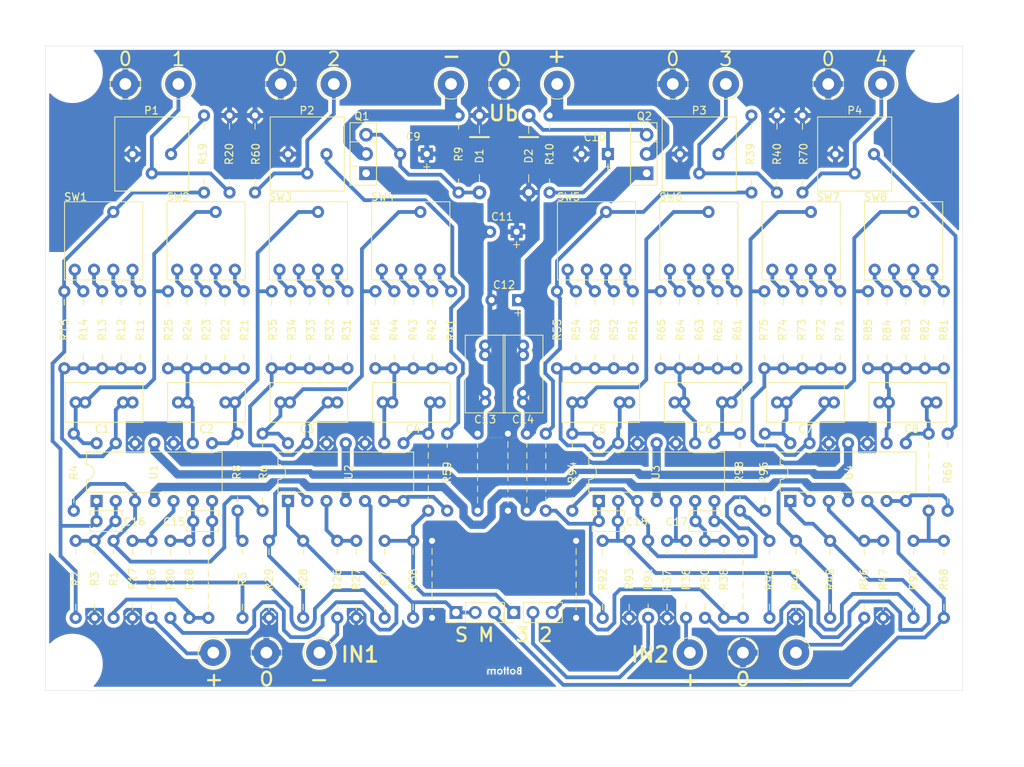
<source format=kicad_pcb>
(kicad_pcb (version 20211014) (generator pcbnew)
  (title_block (comment 1 "PCB is not the original -> but like the original = exactly the same component placement") (comment 2 "1 layer PCB / all THT components"))
  (layers (0 "F.Cu" signal) (31 "B.Cu" signal) (34 "B.Paste" user) (35 "F.Paste" user) (36 "B.SilkS" user "B.Silkscreen") (37 "F.SilkS" user "F.Silkscreen") (38 "B.Mask" user) (39 "F.Mask" user) (44 "Edge.Cuts" user))
  (net 0 "")
  (net 1 "Net-(C1-Pad1)")
  (net 2 "GND")
  (net 3 "Net-(C2-Pad1)")
  (net 4 "Net-(C2-Pad2)")
  (net 5 "Net-(C3-Pad1)")
  (net 6 "Net-(C3-Pad2)")
  (net 7 "Net-(C4-Pad1)")
  (net 8 "Low1 out")
  (net 9 "Net-(C5-Pad1)")
  (net 10 "Net-(C5-Pad2)")
  (net 11 "Net-(C6-Pad1)")
  (net 12 "Net-(C6-Pad2)")
  (net 13 "Net-(C7-Pad1)")
  (net 14 "Net-(C7-Pad2)")
  (net 15 "Net-(C8-Pad1)")
  (net 16 "Low2 out")
  (net 17 "+UB_r")
  (net 18 "-UB_r")
  (net 19 "Net-(C16-Pad1)")
  (net 20 "HP1 out")
  (net 21 "Net-(C18-Pad1)")
  (net 22 "HP2 out")
  (net 23 "Net-(J1-Pad1)")
  (net 24 "Net-(J3-Pad1)")
  (net 25 "Net-(J4-Pad1)")
  (net 26 "Net-(J6-Pad1)")
  (net 27 "Net-(C1-Pad2)")
  (net 28 "Net-(J7-Pad1)")
  (net 29 "Net-(J9-Pad1)")
  (net 30 "Net-(J10-Pad1)")
  (net 31 "Net-(J12-Pad1)")
  (net 32 "Net-(J14-Pad1)")
  (net 33 "Net-(J16-Pad1)")
  (net 34 "Net-(P1-Pad3)")
  (net 35 "Net-(P2-Pad3)")
  (net 36 "Net-(P3-Pad3)")
  (net 37 "Net-(P4-Pad3)")
  (net 38 "Net-(R1-Pad2)")
  (net 39 "Net-(R5-Pad2)")
  (net 40 "Net-(JP1-Pad1)")
  (net 41 "Net-(JP1-Pad3)")
  (net 42 "Net-(JP2-Pad2)")
  (net 43 "Net-(JP7-Pad2)")
  (net 44 "Net-(JP8-Pad2)")
  (net 45 "Net-(R11-Pad1)")
  (net 46 "Net-(R12-Pad1)")
  (net 47 "Net-(R13-Pad1)")
  (net 48 "Net-(U1-Pad5)")
  (net 49 "Net-(R21-Pad1)")
  (net 50 "Net-(R23-Pad1)")
  (net 51 "Net-(U2-Pad3)")
  (net 52 "Net-(R22-Pad1)")
  (net 53 "Net-(R24-Pad1)")
  (net 54 "Net-(U2-Pad2)")
  (net 55 "Net-(R31-Pad1)")
  (net 56 "Net-(R33-Pad1)")
  (net 57 "Net-(U3-Pad5)")
  (net 58 "Net-(R41-Pad1)")
  (net 59 "Net-(R32-Pad1)")
  (net 60 "Net-(R34-Pad1)")
  (net 61 "Net-(R43-Pad1)")
  (net 62 "Net-(U4-Pad3)")
  (net 63 "Net-(R42-Pad1)")
  (net 64 "Net-(R44-Pad1)")
  (net 65 "Net-(U4-Pad2)")
  (net 66 "Net-(U4-Pad1)")
  (net 67 "Net-(R51-Pad1)")
  (net 68 "Net-(R52-Pad1)")
  (net 69 "Net-(R53-Pad1)")
  (net 70 "Net-(R54-Pad1)")
  (net 71 "Net-(U2-Pad6)")
  (net 72 "Net-(R62-Pad1)")
  (net 73 "Net-(R64-Pad1)")
  (net 74 "Net-(U4-Pad6)")
  (net 75 "Net-(R73-Pad1)")
  (net 76 "Net-(R74-Pad1)")
  (net 77 "Net-(R61-Pad1)")
  (net 78 "Net-(R81-Pad1)")
  (net 79 "Net-(R63-Pad1)")
  (net 80 "Net-(R82-Pad1)")
  (net 81 "Net-(R84-Pad1)")
  (net 82 "Net-(C4-Pad2)")
  (net 83 "Net-(C8-Pad2)")
  (net 84 "Net-(R71-Pad1)")
  (net 85 "Net-(R72-Pad1)")
  (net 86 "Net-(R96-Pad1)")
  (net 87 "Net-(C18-Pad2)")
  (net 88 "Net-(R95-Pad2)")
  (net 89 "Net-(R83-Pad1)")
  (net 90 "Net-(C15-Pad1)")
  (net 91 "Net-(C17-Pad2)")
  (net 92 "Net-(JP2-Pad3)")
  (net 93 "Net-(C15-Pad2)")
  (net 94 "Net-(C17-Pad1)")
  (net 95 "Net-(JP3-Pad1)")
  (net 96 "/U2A_out")
  (net 97 "Net-(R14-Pad1)")
  (net 98 "Net-(C9-Pad2)")
  (net 99 "Net-(C10-Pad1)")
  (footprint "analoghifi:DRS_3016_4010" (layer "F.Cu") (at 168.5 86.5 180)
    (fp_text reference "SW5")
    (fp_text value "DRS4010" hide)
  )
  (footprint "analoghifi:CP_Radial_Black_D8.2mm_H12.0mm_P3.50mm_minimal_silk" (layer "F.Cu") (at 142.3 71.235 180)
    (fp_text reference "C9")
    (fp_text value "220uF/35V")
  )
  (footprint "analoghifi:R_Axial_DIN0207_L6.3mm_D2.5mm_P10.16mm_Horizontal_minSilk" (layer "F.Cu") (at 165.5 122.25 -90)
    (fp_text reference "R92")
    (fp_text value "6,8k")
  )
  (footprint "Package_DIP:DIP-14_W7.62mm" (layer "F.Cu") (at 124 117 90)
    (fp_text reference "U2")
    (fp_text value "MC33079")
  )
  (footprint "analoghifi:R_Axial_DIN0207_L6.3mm_D2.5mm_P10.16mm_Horizontal_minSilk" (layer "F.Cu") (at 133 132.41 90)
    (fp_text reference "R27")
    (fp_text value "10k")
  )
  (footprint "analoghifi:R_Axial_DIN0207_L6.3mm_D2.5mm_P10.16mm_Horizontal_minSilk" (layer "F.Cu") (at 96 122.25 -90)
    (fp_text reference "R2")
    (fp_text value "6,8k")
  )
  (footprint "analoghifi:R_Axial_DIN0207_L6.3mm_D2.5mm_P10.16mm_Horizontal_minSilk" (layer "F.Cu") (at 171.5 132.41 90)
    (fp_text reference "R91")
    (fp_text value "6,8k")
  )
  (footprint "Capacitor_THT:C_Rect_L10.0mm_W5.0mm_P5.00mm_P7.50mm" (layer "F.Cu") (at 103.5 104 180)
    (fp_text reference "C1")
    (fp_text value "4,7nF/1%")
  )
  (footprint "Capacitor_THT:C_Rect_L4.0mm_W2.5mm_P2.50mm" (layer "F.Cu") (at 111.5 119.65)
    (fp_text reference "C15")
    (fp_text value "10pF")
  )
  (footprint "analoghifi:R_Axial_DIN0207_L6.3mm_D2.5mm_P10.16mm_Horizontal_minSilk" (layer "F.Cu") (at 164.475 89.34 -90)
    (fp_text reference "R53")
    (fp_text value "68k")
  )
  (footprint "analoghifi:R_Axial_DIN0207_L6.3mm_D2.5mm_P10.16mm_Horizontal_minSilk" (layer "F.Cu") (at 108.5 132.41 90)
    (fp_text reference "R30")
    (fp_text value "1,2k")
  )
  (footprint "analoghifi:R_Axial_DIN0207_L6.3mm_D2.5mm_P10.16mm_Horizontal_minSilk" (layer "F.Cu") (at 119.655 66.155 -90)
    (fp_text reference "R60")
    (fp_text value "2,4k")
  )
  (footprint "analoghifi:R_Axial_DIN0207_L6.3mm_D2.5mm_P10.16mm_Horizontal_minSilk" (layer "F.Cu") (at 202.5 132.41 90)
    (fp_text reference "R47")
    (fp_text value "10k")
  )
  (footprint "analoghifi:Loet_Pin_D1.5mm_L14.0mm" (layer "F.Cu") (at 174.75 62)
    (fp_text reference "J15" hide)
    (fp_text value "OUT3_0")
  )
  (footprint "analoghifi:CP_Radial_Black_D8.2mm_H12.0mm_P3.50mm_minimal_silk" (layer "F.Cu") (at 166.2 71.235 180)
    (fp_text reference "C10")
    (fp_text value "220uF/35V")
  )
  (footprint "analoghifi:R_Axial_DIN0207_L6.3mm_D2.5mm_P10.16mm_Horizontal_minSilk" (layer "F.Cu") (at 166.975 89.34 -90)
    (fp_text reference "R52")
    (fp_text value "130k")
  )
  (footprint "analoghifi:R_Axial_DIN0207_L6.3mm_D2.5mm_P10.16mm_Horizontal_minSilk" (layer "F.Cu") (at 143.025 89.34 -90)
    (fp_text reference "R42")
    (fp_text value "130k")
  )
  (footprint "analoghifi:Loet_Pin_D1.5mm_L14.0mm" (layer "F.Cu") (at 109.55 62)
    (fp_text reference "J10" hide)
    (fp_text value "OUT1")
  )
  (footprint "analoghifi:R_Axial_DIN0207_L6.3mm_D2.5mm_P10.16mm_Horizontal_minSilk" (layer "F.Cu") (at 115.675 89.34 -90)
    (fp_text reference "R22")
    (fp_text value "130k")
  )
  (footprint "analoghifi:R_Axial_DIN0207_L6.3mm_D2.5mm_P10.16mm_Horizontal_minSilk" (layer "F.Cu") (at 210.5 89.34 -90)
    (fp_text reference "R81")
    (fp_text value "270k")
  )
  (footprint "analoghifi:R_Axial_DIN0207_L6.3mm_D2.5mm_P10.16mm_Horizontal_minSilk" (layer "F.Cu") (at 116.29 66.155 -90)
    (fp_text reference "R20")
    (fp_text value "2,4k")
  )
  (footprint "analoghifi:R_Axial_DIN0207_L6.3mm_D2.5mm_P10.16mm_Horizontal_minSilk" (layer "F.Cu") (at 110.675 89.34 -90)
    (fp_text reference "R24")
    (fp_text value "33k")
  )
  (footprint "analoghifi:R_Axial_DIN0207_L6.3mm_D2.5mm_P10.16mm_Horizontal_minSilk" (layer "F.Cu") (at 101 132.41 90)
    (fp_text reference "R1")
    (fp_text value "6,8k")
  )
  (footprint "analoghifi:Loet_Pin_D1.5mm_L14.0mm" (layer "F.Cu") (at 181.75 62)
    (fp_text reference "J14" hide)
    (fp_text value "OUT3")
  )
  (footprint "analoghifi:Drahtbruecke_10.16mm" (layer "F.Cu") (at 208.5 108.12 -90)
    (fp_text reference "JP6" hide)
    (fp_text value "Jumper_2_Bridged")
  )
  (footprint "analoghifi:R_Axial_DIN0207_L6.3mm_D2.5mm_P10.16mm_Horizontal_minSilk" (layer "F.Cu") (at 98.5 122.25 -90)
    (fp_text reference "R3")
    (fp_text value "10k")
  )
  (footprint "analoghifi:R_Axial_DIN0207_L6.3mm_D2.5mm_P10.16mm_Horizontal_minSilk" (layer "F.Cu") (at 120.65 118.28 90)
    (fp_text reference "R6")
    (fp_text value "2,4k")
  )
  (footprint "analoghifi:Potentiometer_Bourns_3386P_Vertical" (layer "F.Cu") (at 103.5 71.25 -90)
    (fp_text reference "P1")
    (fp_text value "10k")
  )
  (footprint "analoghifi:R_Axial_DIN0207_L6.3mm_D2.5mm_P10.16mm_Horizontal_minSilk" (layer "F.Cu") (at 130.5 132.41 90)
    (fp_text reference "R26")
    (fp_text value "100")
  )
  (footprint "analoghifi:Loet_Pin_D1.5mm_L14.0mm" (layer "F.Cu") (at 177 137)
    (fp_text reference "J7" hide)
    (fp_text value "IN2 +")
  )
  (footprint "analoghifi:DRS_3016_4010" (layer "F.Cu") (at 103.5 86.5 180)
    (fp_text reference "SW1")
    (fp_text value "DRS4010" hide)
  )
  (footprint "analoghifi:DRS_3016_4010" (layer "F.Cu") (at 130.5 86.5 180)
    (fp_text reference "SW3")
    (fp_text value "DRS4010" hide)
  )
  (footprint "analoghifi:R_Axial_DIN0207_L6.3mm_D2.5mm_P10.16mm_Horizontal_minSilk" (layer "F.Cu") (at 173.15 89.34 -90)
    (fp_text reference "R65")
    (fp_text value "51k")
  )
  (footprint "analoghifi:DRS_3016_4010" (layer "F.Cu") (at 144 86.5 180)
    (fp_text reference "SW4")
    (fp_text value "DRS4010" hide)
  )
  (footprint "analoghifi:Drahtbruecke_10.16mm" (layer "F.Cu") (at 149 108.12 -90)
    (fp_text reference "JP7" hide)
    (fp_text value "Jumper_2_Bridged")
  )
  (footprint "analoghifi:Loet_Pin_D1.5mm_L14.0mm" (layer "F.Cu") (at 184 137)
    (fp_text reference "J8" hide)
    (fp_text value "IN2 0 (GND)")
  )
  (footprint "analoghifi:R_Axial_DIN0207_L6.3mm_D2.5mm_P10.16mm_Horizontal_minSilk" (layer "F.Cu") (at 203 89.34 -90)
    (fp_text reference "R84")
    (fp_text value "33k")
  )
  (footprint "analoghifi:R_Axial_DIN0207_L6.3mm_D2.5mm_P10.16mm_Horizontal_minSilk" (layer "F.Cu") (at 131.85 89.34 -90)
    (fp_text reference "R31")
    (fp_text value "270k")
  )
  (footprint "analoghifi:D_DO-41_SOD81_P10.16mm_Horizontal_minSilk" (layer "F.Cu") (at 155.75 66.155 -90)
    (fp_text reference "D2")
    (fp_text value "18V/1,3W/2%")
  )
  (footprint "Capacitor_THT:C_Rect_L10.0mm_W5.0mm_P5.00mm_P7.50mm" (layer "F.Cu") (at 155 104 90)
    (fp_text reference "C14")
    (fp_text value "68nF/Film")
  )
  (footprint "analoghifi:Drahtbruecke_10.16mm" (layer "F.Cu") (at 155.5 108.12 -90)
    (fp_text reference "JP8" hide)
    (fp_text value "Jumper_2_Bridged")
  )
  (footprint "analoghifi:DRS_3016_4010" (layer "F.Cu") (at 195.5 86.5 180)
    (fp_text reference "SW7")
    (fp_text value "DRS4010" hide)
  )
  (footprint "Connector_PinHeader_2.54mm:PinHeader_1x03_P2.54mm_Vertical" (layer "F.Cu") (at 153.77 131.7 90)
    (fp_text reference "JP2" hide)
    (fp_text value "Jumper_3_Bridged12")
  )
  (footprint "analoghifi:R_Axial_DIN0207_L6.3mm_D2.5mm_P10.16mm_Horizontal_minSilk" (layer "F.Cu") (at 126 132.41 90)
    (fp_text reference "R28")
    (fp_text value "1,2k")
  )
  (footprint "analoghifi:R_Axial_DIN0207_L6.3mm_D2.5mm_P10.16mm_Horizontal_minSilk" (layer "F.Cu") (at 189.325 89.345 -90)
    (fp_text reference "R74")
    (fp_text value "33k")
  )
  (footprint "analoghifi:DRS_3016_4010" (layer "F.Cu") (at 117 86.5 180)
    (fp_text reference "SW2")
    (fp_text value "DRS4010" hide)
  )
  (footprint "analoghifi:R_Axial_DIN0207_L6.3mm_D2.5mm_P10.16mm_Horizontal_minSilk" (layer "F.Cu") (at 185.125 76.315 90)
    (fp_text reference "R39")
    (fp_text value "100")
  )
  (footprint "analoghifi:R_Axial_DIN0207_L6.3mm_D2.5mm_P10.16mm_Horizontal_minSilk" (layer "F.Cu") (at 103.5 132.41 90)
    (fp_text reference "R17")
    (fp_text value "10k")
  )
  (footprint "analoghifi:Drahtbruecke_10.16mm" (layer "F.Cu") (at 162 132.41 90)
    (fp_text reference "JP12" hide)
    (fp_text value "Jumper_2_Bridged")
  )
  (footprint "analoghifi:Loet_Pin_D1.5mm_L14.0mm" (layer "F.Cu") (at 152.5 62)
    (fp_text reference "J2" hide)
    (fp_text value "UB 0 (GND)")
  )
  (footprint "Package_TO_SOT_THT:TO-126-3_Vertical" (layer "F.Cu") (at 134.3 73.775 90)
    (fp_text reference "Q1")
    (fp_text value "BD140")
  )
  (footprint "analoghifi:R_Axial_DIN0207_L6.3mm_D2.5mm_P10.16mm_Horizontal_minSilk" (layer "F.Cu") (at 180.65 89.34 -90)
    (fp_text reference "R62")
    (fp_text value "130k")
  )
  (footprint "analoghifi:R_Axial_DIN0207_L6.3mm_D2.5mm_P10.16mm_Horizontal_minSilk" (layer "F.Cu") (at 196.825 89.34 -90)
    (fp_text reference "R71")
    (fp_text value "270k")
  )
  (footprint "analoghifi:R_Axial_DIN0207_L6.3mm_D2.5mm_P10.16mm_Horizontal_minSilk" (layer "F.Cu") (at 146.5 66.155 -90)
    (fp_text reference "R9")
    (fp_text value "2,4k")
  )
  (footprint "analoghifi:R_Axial_DIN0207_L6.3mm_D2.5mm_P10.16mm_Horizontal_minSilk" (layer "F.Cu") (at 118 132.41 90)
    (fp_text reference "R5")
    (fp_text value "1,2k")
  )
  (footprint "analoghifi:R_Axial_DIN0207_L6.3mm_D2.5mm_P10.16mm_Horizontal_minSilk" (layer "F.Cu") (at 206.5 132.41 90)
    (fp_text reference "R97")
    (fp_text value "6,8k")
  )
  (footprint "Capacitor_THT:C_Rect_L10.0mm_W5.0mm_P5.00mm_P7.50mm" (layer "F.Cu") (at 136.5 104)
    (fp_text reference "C4")
    (fp_text value "4,7nF/1%")
  )
  (footprint "Connector_PinHeader_2.54mm:PinHeader_1x03_P2.54mm_Vertical" (layer "F.Cu") (at 146.15 131.7 90)
    (fp_text reference "JP1" hide)
    (fp_text value "Jumper_3_Bridged12")
  )
  (footprint "analoghifi:R_Axial_DIN0207_L6.3mm_D2.5mm_P10.16mm_Horizontal_minSilk" (layer "F.Cu") (at 112.925 76.315 90)
    (fp_text reference "R19")
    (fp_text value "100")
  )
  (footprint "analoghifi:Loet_Pin_D1.5mm_L14.0mm" (layer "F.Cu") (at 130.05 62)
    (fp_text reference "J12" hide)
    (fp_text value "OUT2")
  )
  (footprint "analoghifi:Loet_Pin_D1.5mm_L14.0mm" (layer "F.Cu") (at 123.05 62)
    (fp_text reference "J13" hide)
    (fp_text value "OUT2_0")
  )
  (footprint "analoghifi:R_Axial_DIN0207_L6.3mm_D2.5mm_P10.16mm_Horizontal_minSilk" (layer "F.Cu") (at 191 132.41 90)
    (fp_text reference "R49")
    (fp_text value "2,4k")
  )
  (footprint "analoghifi:R_Axial_DIN0207_L6.3mm_D2.5mm_P10.16mm_Horizontal_minSilk" (layer "F.Cu") (at 145.525 89.34 -90)
    (fp_text reference "R41")
    (fp_text value "270k")
  )
  (footprint "MountingHole:MountingHole_3.2mm_M3" (layer "F.Cu") (at 209.5 60.5)
    (fp_text reference "REF**" hide)
    (fp_text value "MountingHole_3.2mm_M3")
  )
  (footprint "analoghifi:R_Axial_DIN0207_L6.3mm_D2.5mm_P10.16mm_Horizontal_minSilk" (layer "F.Cu") (at 136.75 132.41 90)
    (fp_text reference "R7")
    (fp_text value "6,8k")
  )
  (footprint "analoghifi:R_Axial_DIN0207_L6.3mm_D2.5mm_P10.16mm_Horizontal_minSilk" (layer "F.Cu") (at 97 89.34 -90)
    (fp_text reference "R14")
    (fp_text value "33k")
  )
  (footprint "analoghifi:D_DO-41_SOD81_P10.16mm_Horizontal_minSilk" (layer "F.Cu") (at 149.25 66.155 -90)
    (fp_text reference "D1")
    (fp_text value "18V/1,3W/2%")
  )
  (footprint "Capacitor_THT:C_Rect_L10.0mm_W5.0mm_P5.00mm_P7.50mm" (layer "F.Cu") (at 130.5 104 180)
    (fp_text reference "C3")
    (fp_text value "4,7nF/1%")
  )
  (footprint "analoghifi:R_Axial_DIN0207_L6.3mm_D2.5mm_P10.16mm_Horizontal_minSilk" (layer "F.Cu") (at 211 118.28 90)
    (fp_text reference "R69")
    (fp_text value "100")
  )
  (footprint "analoghifi:R_Axial_DIN0207_L6.3mm_D2.5mm_P10.16mm_Horizontal_minSilk" (layer "F.Cu") (at 174 132.41 90)
    (fp_text reference "R37")
    (fp_text value "10k")
  )
  (footprint "Capacitor_THT:C_Rect_L4.0mm_W2.5mm_P2.50mm" (layer "F.Cu") (at 177.75 119.65)
    (fp_text reference "C17")
    (fp_text value "10pF")
  )
  (footprint "analoghifi:Potentiometer_Bourns_3386P_Vertical" (layer "F.Cu") (at 175.7 71.25 -90)
    (fp_text reference "P3")
    (fp_text value "10k")
  )
  (footprint "analoghifi:R_Axial_DIN0207_L6.3mm_D2.5mm_P10.16mm_Horizontal_minSilk" (layer "F.Cu") (at 108.175 89.34 -90)
    (fp_text reference "R25")
    (fp_text value "51k")
  )
  (footprint "Capacitor_THT:C_Rect_L10.0mm_W5.0mm_P5.00mm_P7.50mm" (layer "F.Cu") (at 202 104)
    (fp_text reference "C8")
    (fp_text value "4,7nF/1%")
  )
  (footprint "analoghifi:R_Axial_DIN0207_L6.3mm_D2.5mm_P10.16mm_Horizontal_minSilk" (layer "F.Cu") (at 104.5 89.34 -90)
    (fp_text reference "R11")
    (fp_text value "270k")
  )
  (footprint "analoghifi:R_Axial_DIN0207_L6.3mm_D2.5mm_P10.16mm_Horizontal_minSilk" (layer "F.Cu") (at 99.5 89.34 -90)
    (fp_text reference "R13")
    (fp_text value "68k")
  )
  (footprint "analoghifi:R_Axial_DIN0207_L6.3mm_D2.5mm_P10.16mm_Horizontal_minSilk" (layer "F.Cu") (at 183.15 89.34 -90)
    (fp_text reference "R61")
    (fp_text value "270k")
  )
  (footprint "Package_DIP:DIP-14_W7.62mm" (layer "F.Cu") (at 98.75 117 90)
    (fp_text reference "U1")
    (fp_text value "MC33079")
  )
  (footprint "analoghifi:R_Axial_DIN0207_L6.3mm_D2.5mm_P10.16mm_Horizontal_minSilk" (layer "F.Cu") (at 200.5 89.34 -90)
    (fp_text reference "R85")
    (fp_text value "51k")
  )
  (footprint "analoghifi:R_Axial_DIN0207_L6.3mm_D2.5mm_P10.16mm_Horizontal_minSilk" (layer "F.Cu") (at 129.35 89.34 -90)
    (fp_text reference "R32")
    (fp_text value "130k")
  )
  (footprint "analoghifi:Potentiometer_Bourns_3386P_Vertical" (layer "F.Cu") (at 196.2 71.25 -90)
    (fp_text reference "P4")
    (fp_text value "10k")
  )
  (footprint "analoghifi:R_Axial_DIN0207_L6.3mm_D2.5mm_P10.16mm_Horizontal_minSilk" (layer "F.Cu") (at 176.5 132.41 90)
    (fp_text reference "R36")
    (fp_text value "100")
  )
  (footprint "analoghifi:R_Axial_DIN0207_L6.3mm_D2.5mm_P10.16mm_Horizontal_minSilk" (layer "F.Cu") (at 191.825 89.34 -90)
    (fp_text reference "R73")
    (fp_text value "68k")
  )
  (footprint "analoghifi:R_Axial_DIN0207_L6.3mm_D2.5mm_P10.16mm_Horizontal_minSilk" (layer "F.Cu") (at 138.025 89.34 -90)
    (fp_text reference "R44")
    (fp_text value "33k")
  )
  (footprint "analoghifi:Drahtbruecke_10.16mm" (layer "F.Cu") (at 153 118.28 90)
    (fp_text reference "JP10" hide)
    (fp_text value "Jumper_2_Bridged")
  )
  (footprint "analoghifi:R_Axial_DIN0207_L6.3mm_D2.5mm_P10.16mm_Horizontal_minSilk" (layer "F.Cu") (at 135.525 89.34 -90)
    (fp_text reference "R45")
    (fp_text value "51k")
  )
  (footprint "analoghifi:R_Axial_DIN0207_L6.3mm_D2.5mm_P10.16mm_Horizontal_minSilk" (layer "F.Cu") (at 113.175 89.34 -90)
    (fp_text reference "R23")
    (fp_text value "68k")
  )
  (footprint "analoghifi:R_Axial_DIN0207_L6.3mm_D2.5mm_P10.16mm_Horizontal_minSilk" (layer "F.Cu") (at 191.855 66.155 -90)
    (fp_text reference "R70")
    (fp_text value "2,4k")
  )
  (footprint "analoghifi:Loet_Pin_D1.5mm_L14.0mm" (layer "F.Cu") (at 159.5 62)
    (fp_text reference "J1" hide)
    (fp_text value "+UB")
  )
  (footprint "analoghifi:R_Axial_DIN0207_L6.3mm_D2.5mm_P10.16mm_Horizontal_minSilk" (layer "F.Cu") (at 118.175 89.34 -90)
    (fp_text reference "R21")
    (fp_text value "270k")
  )
  (footprint "Package_DIP:DIP-14_W7.62mm" (layer "F.Cu") (at 190.25 117 90)
    (fp_text reference "U4")
    (fp_text value "MC33079")
  )
  (footprint "Package_TO_SOT_THT:TO-126-3_Vertical" (layer "F.Cu") (at 171.3 73.775 90)
    (fp_text reference "Q2")
    (fp_text value "BD139")
  )
  (footprint "analoghifi:R_Axial_DIN0207_L6.3mm_D2.5mm_P10.16mm_Horizontal_minSilk" (layer "F.Cu") (at 179 132.41 90)
    (fp_text reference "R50")
    (fp_text value "1,2k")
  )
  (footprint "analoghifi:R_Axial_DIN0207_L6.3mm_D2.5mm_P10.16mm_Horizontal_minSilk" (layer "F.Cu") (at 124.35 89.34 -90)
    (fp_text reference "R34")
    (fp_text value "33k")
  )
  (footprint "analoghifi:R_Axial_DIN0207_L6.3mm_D2.5mm_P10.16mm_Horizontal_minSilk" (layer "F.Cu") (at 159.475 89.34 -90)
    (fp_text reference "R55")
    (fp_text value "51k")
  )
  (footprint "analoghifi:R_Axial_DIN0207_L6.3mm_D2.5mm_P10.16mm_Horizontal_minSilk" (layer "F.Cu") (at 102 89.34 -90)
    (fp_text reference "R12")
    (fp_text value "130k")
  )
  (footprint "analoghifi:R_Axial_DIN0207_L6.3mm_D2.5mm_P10.16mm_Horizontal_minSilk" (layer "F.Cu") (at 145 118.28 90)
    (fp_text reference "R59")
    (fp_text value "100")
  )
  (footprint "analoghifi:R_Axial_DIN0207_L6.3mm_D2.5mm_P10.16mm_Horizontal_minSilk" (layer "F.Cu") (at 121.5 132.41 90)
    (fp_text reference "R29")
    (fp_text value "2,4k")
  )
  (footprint "analoghifi:R_Axial_DIN0207_L6.3mm_D2.5mm_P10.16mm_Horizontal_minSilk" (layer "F.Cu") (at 169.475 89.34 -90)
    (fp_text reference "R51")
    (fp_text value "270k")
  )
  (footprint "analoghifi:R_Axial_DIN0207_L6.3mm_D2.5mm_P10.16mm_Horizontal_minSilk" (layer "F.Cu") (at 158.5 76.315 90)
    (fp_text reference "R10")
    (fp_text value "2,4k")
  )
  (footprint "MountingHole:MountingHole_3.2mm_M3" (layer "F.Cu") (at 95.5 60.5)
    (fp_text reference "REF**" hide)
    (fp_text value "MountingHole_3.2mm_M3")
  )
  (footprint "analoghifi:Loet_Pin_D1.5mm_L14.0mm" (layer "F.Cu") (at 114.15 137)
    (fp_text reference "J4" hide)
    (fp_text value "IN1 +")
  )
  (footprint "analoghifi:R_Axial_DIN0207_L6.3mm_D2.5mm_P10.16mm_Horizontal_minSilk" (layer "F.Cu") (at 106 132.41 90)
    (fp_text reference "R16")
    (fp_text value "100")
  )
  (footprint "Capacitor_THT:C_Rect_L10.0mm_W5.0mm_P5.00mm_P7.50mm" (layer "F.Cu") (at 175 104)
    (fp_text reference "C6")
    (fp_text value "4,7nF/1%")
  )
  (footprint "Capacitor_THT:C_Rect_L10.0mm_W5.0mm_P5.00mm_P7.50mm" (layer "F.Cu") (at 109.5 104)
    (fp_text reference "C2")
    (fp_text value "4,7nF/1%")
  )
  (footprint "analoghifi:DRS_3016_4010" (layer "F.Cu") (at 182 86.5 180)
    (fp_text reference "SW6")
    (fp_text value "DRS4010" hide)
  )
  (footprint "analoghifi:CP_Radial_Black_D8.2mm_H12.0mm_P3.50mm_minimal_silk" (layer "F.Cu") (at 154.15 81.5 180)
    (fp_text reference "C11")
    (fp_text value "220uF/35V")
  )
  (footprint "analoghifi:Drahtbruecke_10.16mm" (layer "F.Cu") (at 143 122.25 -90)
    (fp_text reference "JP11" hide)
    (fp_text value "Jumper_2_Bridged")
  )
  (footprint "Capacitor_THT:C_Rect_L4.0mm_W2.5mm_P2.50mm" (layer "F.Cu") (at 167.5 119.65 180)
    (fp_text reference "C18")
    (fp_text value "10pF")
  )
  (footprint "analoghifi:R_Axial_DIN0207_L6.3mm_D2.5mm_P10.16mm_Horizontal_minSilk" (layer "F.Cu") (at 187.5 132.41 90)
    (fp_text reference "R95")
    (fp_text value "1,2k")
  )
  (footprint "analoghifi:R_Axial_DIN0207_L6.3mm_D2.5mm_P10.16mm_Horizontal_minSilk" (layer "F.Cu") (at 111 122.25 -90)
    (fp_text reference "R18")
    (fp_text value "2,4k")
  )
  (footprint "analoghifi:R_Axial_DIN0207_L6.3mm_D2.5mm_P10.16mm_Horizontal_minSilk" (layer "F.Cu") (at 94.5 89.34 -90)
    (fp_text reference "R15")
    (fp_text value "51k")
  )
  (footprint "MountingHole:MountingHole_3.2mm_M3" (layer "F.Cu") (at 95.5 138.5)
    (fp_text reference "REF**" hide)
    (fp_text value "MountingHole_3.2mm_M3")
  )
  (footprint "analoghifi:R_Axial_DIN0207_L6.3mm_D2.5mm_P10.16mm_Horizontal_minSilk" (layer "F.Cu") (at 169 122.25 -90)
    (fp_text reference "R93")
    (fp_text value "10k")
  )
  (footprint "Capacitor_THT:C_Rect_L10.0mm_W5.0mm_P5.00mm_P7.50mm" (layer "F.Cu") (at 150 96.5 -90)
    (fp_text reference "C13")
    (fp_text value "68nF/Film")
  )
  (footprint "analoghifi:R_Axial_DIN0207_L6.3mm_D2.5mm_P10.16mm_Horizontal_minSilk" (layer "F.Cu") (at 126.85 89.34 -90)
    (fp_text reference "R33")
    (fp_text value "68k")
  )
  (footprint "analoghifi:Drahtbruecke_10.16mm" (layer "F.Cu") (at 142.5 108.12 -90)
    (fp_text reference "JP4" hide)
    (fp_text value "Jumper_2_Bridged")
  )
  (footprint "Capacitor_THT:C_Rect_L4.0mm_W2.5mm_P2.50mm" (layer "F.Cu") (at 101.25 119.65 180)
    (fp_text reference "C16")
    (fp_text value "10pF")
  )
  (footprint "analoghifi:R_Axial_DIN0207_L6.3mm_D2.5mm_P10.16mm_Horizontal_minSilk" (layer "F.Cu") (at 161.5 118.28 90)
    (fp_text reference "R94")
    (fp_text value "2,4k")
  )
  (footprint "Capacitor_THT:C_Rect_L10.0mm_W5.0mm_P5.00mm_P7.50mm" (layer "F.Cu") (at 169 104 180)
    (fp_text reference "C5")
    (fp_text value "4,7nF/1%")
  )
  (footprint "Package_DIP:DIP-14_W7.62mm" (layer "F.Cu") (at 165 117 90)
    (fp_text reference "U3")
    (fp_text value "MC33079")
  )
  (footprint "analoghifi:R_Axial_DIN0207_L6.3mm_D2.5mm_P10.16mm_Horizontal_minSilk" (layer "F.Cu") (at 195.5 132.41 90)
    (fp_text reference "R48")
    (fp_text value "1,2k")
  )
  (footprint "analoghifi:R_Axial_DIN0207_L6.3mm_D2.5mm_P10.16mm_Horizontal_minSilk" (layer "F.Cu") (at 194.325 89.34 -90)
    (fp_text reference "R72")
    (fp_text value "130k")
  )
  (footprint "analoghifi:R_Axial_DIN0207_L6.3mm_D2.5mm_P10.16mm_Horizontal_minSilk" (layer "F.Cu") (at 140.5 122.25 -90)
    (fp_text reference "R58")
    (fp_text value "2,4k")
  )
  (footprint "analoghifi:Loet_Pin_D1.5mm_L14.0mm" (layer "F.Cu") (at 121.15 137)
    (fp_text reference "J5" hide)
    (fp_text value "IN1 0 (GND)")
  )
  (footprint "analoghifi:R_Axial_DIN0207_L6.3mm_D2.5mm_P10.16mm_Horizontal_minSilk" (layer "F.Cu") (at 121.85 89.34 -90)
    (fp_text reference "R35")
    (fp_text value "51k")
  )
  (footprint "analoghifi:R_Axial_DIN0207_L6.3mm_D2.5mm_P10.16mm_Horizontal_minSilk" (layer "F.Cu") (at 140.525 89.34 -90)
    (fp_text reference "R43")
    (fp_text value "68k")
  )
  (footprint "analoghifi:Drahtbruecke_10.16mm" (layer "F.Cu") (at 113.5 132.41 90)
    (fp_text reference "JP3" hide)
    (fp_text value "Jumper_2_Bridged")
  )
  (footprint "analoghifi:R_Axial_DIN0207_L6.3mm_D2.5mm_P10.16mm_Horizontal_minSilk" (layer "F.Cu") (at 188.49 66.155 -90)
    (fp_text reference "R40")
    (fp_text value "2,4k")
  )
  (footprint "Capacitor_THT:C_Rect_L10.0mm_W5.0mm_P5.00mm_P7.50mm" (layer "F.Cu") (at 196 104 180)
    (fp_text reference "C7")
    (fp_text value "4,7nF/1%")
  )
  (footprint "analoghifi:Loet_Pin_D1.5mm_L14.0mm" (layer "F.Cu") (at 191 137)
    (fp_text reference "J9" hide)
    (fp_text value "IN2 -")
  )
  (footprint "analoghifi:Loet_Pin_D1.5mm_L14.0mm" (layer "F.Cu") (at 102.55 62)
    (fp_text reference "J11" hide)
    (fp_text value "OUT1_0")
  )
  (footprint "analoghifi:R_Axial_DIN0207_L6.3mm_D2.5mm_P10.16mm_Horizontal_minSilk" (layer "F.Cu") (at 183.6 118.28 90)
    (fp_text reference "R98")
    (fp_text value "470/510")
  )
  (footprint "analoghifi:R_Axial_DIN0207_L6.3mm_D2.5mm_P10.16mm_Horizontal_minSilk" (layer "F.Cu") (at 200 132.41 90)
    (fp_text reference "R46")
    (fp_text value "100")
  )
  (footprint "analoghifi:R_Axial_DIN0207_L6.3mm_D2.5mm_P10.16mm_Horizontal_minSilk" (layer "F.Cu") (at 208 89.34 -90)
    (fp_text reference "R82")
    (fp_text value "130k")
  )
  (footprint "analoghifi:Loet_Pin_D1.5mm_L14.0mm" (layer "F.Cu") (at 145.5 62)
    (fp_text reference "J3" hide)
    (fp_text value "-UB")
  )
  (footprint "analoghifi:Potentiometer_Bourns_3386P_Vertical" (layer "F.Cu") (at 124 71.25 -90)
    (fp_text reference "P2")
    (fp_text value "10k")
  )
  (footprint "analoghifi:Drahtbruecke_10.16mm" (layer "F.Cu") (at 184 132.41 90)
    (fp_text reference "JP5" hide)
    (fp_text value "Jumper_2_Bridged")
  )
  (footprint "analoghifi:R_Axial_DIN0207_L6.3mm_D2.5mm_P10.16mm_Horizontal_minSilk" (layer "F.Cu") (at 161.975 89.34 -90)
    (fp_text reference "R54")
    (fp_text value "33k")
  )
  (footprint "analoghifi:R_Axial_DIN0207_L6.3mm_D2.5mm_P10.16mm_Horizontal_minSilk" (layer "F.Cu") (at 175.65 89.34 -90)
    (fp_text reference "R64")
    (fp_text value "33k")
  )
  (footprint "analoghifi:Drahtbruecke_10.16mm" (layer "F.Cu") (at 158 118.28 90)
    (fp_text reference "JP9" hide)
    (fp_text value "Jumper_2_Bridged")
  )
  (footprint "analoghifi:CP_Radial_Black_D8.2mm_H12.0mm_P3.50mm_minimal_silk" (layer "F.Cu") (at 154.35 90.5 180)
    (fp_text reference "C12")
    (fp_text value "220uF/35V")
  )
  (footprint "analoghifi:R_Axial_DIN0207_L6.3mm_D2.5mm_P10.16mm_Horizontal_minSilk" (layer "F.Cu") (at 186.825 89.345 -90)
    (fp_text reference "R75")
    (fp_text value "51k")
  )
  (footprint "analoghifi:R_Axial_DIN0207_L6.3mm_D2.5mm_P10.16mm_Horizontal_minSilk" (layer "F.Cu") (at 181.5 122.25 -90)
    (fp_text reference "R38")
    (fp_text value "2,4k")
  )
  (footprint "analoghifi:R_Axial_DIN0207_L6.3mm_D2.5mm_P10.16mm_Horizontal_minSilk" (layer "F.Cu") (at 178.15 89.34 -90)
    (fp_text reference "R63")
    (fp_text value "68k")
  )
  (footprint "analoghifi:Loet_Pin_D1.5mm_L14.0mm" (layer "F.Cu") (at 195.25 62)
    (fp_text reference "J17" hide)
    (fp_text value "OUT4_0")
  )
  (footprint "analoghifi:R_Axial_DIN0207_L6.3mm_D2.5mm_P10.16mm_Horizontal_minSilk" (layer "F.Cu") (at 210.5 122.25 -90)
    (fp_text reference "R68")
    (fp_text value "2,4k")
  )
  (footprint "analoghifi:Loet_Pin_D1.5mm_L14.0mm" (layer "F.Cu") (at 202.25 62)
    (fp_text reference "J16" hide)
    (fp_text value "OUT4")
  )
  (footprint "analoghifi:DRS_3016_4010" (layer "F.Cu") (at 209 86.5 180)
    (fp_text reference "SW8")
    (fp_text value "DRS4010" hide)
  )
  (footprint "analoghifi:R_Axial_DIN0207_L6.3mm_D2.5mm_P10.16mm_Horizontal_minSilk" (layer "F.Cu") (at 117.35 118.28 90)
    (fp_text reference "R8")
    (fp_text value "470/510")
  )
  (footprint "analoghifi:R_Axial_DIN0207_L6.3mm_D2.5mm_P10.16mm_Horizontal_minSilk" (layer "F.Cu") (at 95.75 118.28 90)
    (fp_text reference "R4")
    (fp_text value "2,4k")
  )
  (footprint "MountingHole:MountingHole_3.2mm_M3" (layer "F.Cu") (at 209.5 138.5)
    (fp_text reference "REF**" hide)
    (fp_text value "MountingHole_3.2mm_M3")
  )
  (footprint "analoghifi:R_Axial_DIN0207_L6.3mm_D2.5mm_P10.16mm_Horizontal_minSilk" (layer "F.Cu") (at 186.9 118.28 90)
    (fp_text reference "R96")
    (fp_text value "2,4k")
  )
  (footprint "analoghifi:R_Axial_DIN0207_L6.3mm_D2.5mm_P10.16mm_Horizontal_minSilk" (layer "F.Cu") (at 205.5 89.34 -90)
    (fp_text reference "R83")
    (fp_text value "68k")
  )
  (footprint "analoghifi:Loet_Pin_D1.5mm_L14.0mm" (layer "F.Cu") (at 128.15 137)
    (fp_text reference "J6" hide)
    (fp_text value "IN1 -")
  )
  (footprint "analoghifi:text_bottom_1,0mm" (layer "B.Cu") (at 152.53 139.37 180)
    (fp_text reference "G***" hide)
    (fp_text value "LOGO" hide)
  )
  (gr_line (start 92 57) (end 213 57) (layer "Edge.Cuts") (width 0.05))
  (gr_line (start 213 57) (end 213 142) (layer "Edge.Cuts") (width 0.05))
  (gr_line (start 213 142) (end 92 142) (layer "Edge.Cuts") (width 0.05))
  (gr_line (start 92 142) (end 92 57) (layer "Edge.Cuts") (width 0.05))
  (gr_text "0" (at 102.55 58.7) (layer "F.SilkS") (effects (font (size 1.8 1.8) (thickness 0.254))))
  (gr_text "+   0   -" (at 184 140.5) (layer "F.SilkS") (effects (font (size 1.8 2.05) (thickness 0.3))))
  (gr_text "IN2" (at 171.75 137.25) (layer "F.SilkS") (effects (font (size 2 2) (thickness 0.35))))
  (gr_text "3 2" (at 156.45 134.65) (layer "F.SilkS") (effects (font (size 1.8 1.8) (thickness 0.3))))
  (gr_text "2" (at 130.05 58.7) (layer "F.SilkS") (effects (font (size 1.8 1.8) (thickness 0.254))))
  (gr_text "Ub" (at 152.45 65.85) (layer "F.SilkS") (effects (font (size 2 2) (thickness 0.35))))
  (gr_text "S M" (at 148.6 134.65) (layer "F.SilkS") (effects (font (size 1.8 1.8) (thickness 0.3))))
  (gr_text "3" (at 181.75 58.7) (layer "F.SilkS") (effects (font (size 1.8 1.8) (thickness 0.254))))
  (gr_text "+   0   -" (at 152.5 58.55 180) (layer "F.SilkS") (effects (font (size 1.8 2.05) (thickness 0.3))))
  (gr_text "4" (at 202.25 58.7) (layer "F.SilkS") (effects (font (size 1.8 1.8) (thickness 0.254))))
  (gr_text "0" (at 123.05 58.7) (layer "F.SilkS") (effects (font (size 1.8 1.8) (thickness 0.254))))
  (gr_text "0" (at 174.75 58.7) (layer "F.SilkS") (effects (font (size 1.8 1.8) (thickness 0.254))))
  (gr_text "+   0   -" (at 121.171932 140.5) (layer "F.SilkS") (effects (font (size 1.8 2.05) (thickness 0.3))))
  (gr_text "1" (at 109.55 58.7) (layer "F.SilkS") (effects (font (size 1.8 1.8) (thickness 0.254))))
  (gr_text "IN1" (at 133.5 137.25) (layer "F.SilkS") (effects (font (size 2 2) (thickness 0.35))))
  (gr_text "0" (at 195.25 58.7) (layer "F.SilkS") (effects (font (size 1.8 1.8) (thickness 0.254))))
  (segment (start 101.29 104.96) (end 102.25 104) (width 0.5) (layer "B.Cu") (net 1))
  (segment (start 101.29 109.38) (end 101.29 104.96) (width 0.5) (layer "B.Cu") (net 1))
  (segment (start 96.538659 111.1) (end 99.57 111.1) (width 0.5) (layer "B.Cu") (net 1))
  (segment (start 94.200489 108.76183) (end 96.538659 111.1) (width 0.5) (layer "B.Cu") (net 1))
  (segment (start 94.5 99.5) (end 104.5 99.5) (width 0.5) (layer "B.Cu") (net 1))
  (segment (start 94.5 99.5) (end 94.200489 99.799511) (width 0.5) (layer "B.Cu") (net 1))
  (segment (start 94.200489 99.799511) (end 94.200489 108.76183) (width 0.5) (layer "B.Cu") (net 1))
  (segment (start 102.25 104) (end 103.5 104) (width 0.5) (layer "B.Cu") (net 1))
  (segment (start 99.57 111.1) (end 101.29 109.38) (width 0.5) (layer "B.Cu") (net 1))
  (segment (start 150.625 90.725) (end 150.625 91.975) (width 0.65) (layer "B.Cu") (net 2))
  (segment (start 191 132.963522) (end 191 132.41) (width 0.5) (layer "B.Cu") (net 2))
  (segment (start 150.7 90.35) (end 150.625 90.275) (width 0.65) (layer "B.Cu") (net 2))
  (segment (start 150.8 90.55) (end 150.7 90.65) (width 0.8) (layer "B.Cu") (net 2))
  (segment (start 150.8 90.45) (end 150.7 90.35) (width 0.8) (layer "B.Cu") (net 2))
  (segment (start 150.85 90.5) (end 150.8 90.55) (width 1) (layer "B.Cu") (net 2))
  (segment (start 150.625 90.275) (end 150.625 89.025) (width 0.65) (layer "B.Cu") (net 2))
  (segment (start 150.7 90.65) (end 150.625 90.725) (width 0.65) (layer "B.Cu") (net 2))
  (segment (start 150.85 90.5) (end 150.8 90.45) (width 1) (layer "B.Cu") (net 2))
  (segment (start 108.91 109.38) (end 108.91 109.384894) (width 1) (layer "B.Cu") (net 2))
  (segment (start 151.825 91.725) (end 151.825 89.125) (width 0.65) (layer "B.Cu") (net 2))
  (segment (start 108.175 99.5) (end 118.175 99.5) (width 0.5) (layer "B.Cu") (net 3))
  (segment (start 111.45 109.38) (end 111.45 104.7) (width 0.5) (layer "B.Cu") (net 3))
  (segment (start 111.45 104.7) (end 110.75 104) (width 0.5) (layer "B.Cu") (net 3))
  (segment (start 110.75 99.575) (end 110.675 99.5) (width 0.5) (layer "B.Cu") (net 3))
  (segment (start 109.5 104) (end 110.75 104) (width 0.5) (layer "B.Cu") (net 3))
  (segment (start 110.75 104) (end 110.75 99.575) (width 0.5) (layer "B.Cu") (net 3))
  (segment (start 120 89.25) (end 120 101) (width 0.5) (layer "B.Cu") (net 4))
  (segment (start 117 104) (end 117 107.77) (width 0.5) (layer "B.Cu") (net 4))
  (segment (start 120 101) (end 117 104) (width 0.5) (layer "B.Cu") (net 4))
  (segment (start 113.99 109.38) (end 116.09 109.38) (width 0.5) (layer "B.Cu") (net 4))
  (segment (start 127.96 78.88) (end 125.37 78.88) (width 0.5) (layer "B.Cu") (net 4))
  (segment (start 120 84.25) (end 120 89.25) (width 0.5) (layer "B.Cu") (net 4))
  (segment (start 125.37 78.88) (end 120 84.25) (width 0.5) (layer "B.Cu") (net 4))
  (segment (start 116.09 109.38) (end 117.35 108.12) (width 0.5) (layer "B.Cu") (net 4))
  (segment (start 117 107.77) (end 117.35 108.12) (width 0.5) (layer "B.Cu") (net 4))
  (segment (start 121.85 89.34) (end 120.09 89.34) (width 0.5) (layer "B.Cu") (net 4))
  (segment (start 120.09 89.34) (end 120 89.25) (width 0.5) (layer "B.Cu") (net 4))
  (segment (start 115.75 104) (end 117 104) (width 0.5) (layer "B.Cu") (net 4))
  (segment (start 121.85 99.5) (end 121.85 101.65) (width 0.5) (layer "B.Cu") (net 5))
  (segment (start 123.35817 110.929511) (end 124.64183 110.929511) (width 0.5) (layer "B.Cu") (net 5))
  (segment (start 121.85 101.65) (end 119 104.5) (width 0.5) (layer "B.Cu") (net 5))
  (segment (start 121.85 99.5) (end 131.85 99.5) (width 0.5) (layer "B.Cu") (net 5))
  (segment (start 119.42085 109.669511) (end 122.09817 109.669511) (width 0.5) (layer "B.Cu") (net 5))
  (segment (start 126.54 106.71) (end 129.25 104) (width 0.5) (layer "B.Cu") (net 5))
  (segment (start 124.64183 110.929511) (end 126.191341 109.38) (width 0.5) (layer "B.Cu") (net 5))
  (segment (start 119 104.5) (end 119 109.248661) (width 0.5) (layer "B.Cu") (net 5))
  (segment (start 119 109.248661) (end 119.42085 109.669511) (width 0.5) (layer "B.Cu") (net 5))
  (segment (start 129.25 104) (end 130.5 104) (width 0.5) (layer "B.Cu") (net 5))
  (segment (start 126.191341 109.38) (end 126.54 109.38) (width 0.5) (layer "B.Cu") (net 5))
  (segment (start 126.54 109.38) (end 126.54 106.71) (width 0.5) (layer "B.Cu") (net 5))
  (segment (start 122.09817 109.669511) (end 123.35817 110.929511) (width 0.5) (layer "B.Cu") (net 5))
  (segment (start 133.75 89.5) (end 133.75 83.75) (width 0.5) (layer "B.Cu") (net 6))
  (segment (start 123 104) (end 124.25 104) (width 0.5) (layer "B.Cu") (net 6))
  (segment (start 124.25 104) (end 126 102.25) (width 0.5) (layer "B.Cu") (net 6))
  (segment (start 122.74 108.12) (end 120.65 108.12) (width 0.5) (layer "B.Cu") (net 6))
  (segment (start 124 109.38) (end 122.74 108.12) (width 0.5) (layer "B.Cu") (net 6))
  (segment (start 135.525 89.34) (end 133.91 89.34) (width 0.5) (layer "B.Cu") (net 6))
  (segment (start 133.75 83.75) (end 138.62 78.88) (width 0.5) (layer "B.Cu") (net 6))
  (segment (start 133.91 89.34) (end 133.75 89.5) (width 0.5) (layer "B.Cu") (net 6))
  (segment (start 123 105.77) (end 120.65 108.12) (width 0.5) (layer "B.Cu") (net 6))
  (segment (start 138.62 78.88) (end 141.46 78.88) (width 0.5) (layer "B.Cu") (net 6))
  (segment (start 132 102.25) (end 133.75 100.5) (width 0.5) (layer "B.Cu") (net 6))
  (segment (start 133.75 100.5) (end 133.75 89.5) (width 0.5) (layer "B.Cu") (net 6))
  (segment (start 123 104) (end 123 105.77) (width 0.5) (layer "B.Cu") (net 6))
  (segment (start 126 102.25) (end 132 102.25) (width 0.5) (layer "B.Cu") (net 6))
  (segment (start 138.025 99.5) (end 138.025 103.725) (width 0.5) (layer "B.Cu") (net 7))
  (segment (start 138.025 103.725) (end 137.75 104) (width 0.5) (layer "B.Cu") (net 7))
  (segment (start 135.525 99.5) (end 145.525 99.5) (width 0.5) (layer "B.Cu") (net 7))
  (segment (start 136.7 104.2) (end 136.5 104) (width 0.5) (layer "B.Cu") (net 7))
  (segment (start 136.7 109.38) (end 136.7 104.2) (width 0.5) (layer "B.Cu") (net 7))
  (segment (start 137.75 104) (end 136.5 104) (width 0.5) (layer "B.Cu") (net 7))
  (segment (start 136.75 122.25) (end 140.5 122.25) (width 0.5) (layer "B.Cu") (net 8))
  (segment (start 140.5 127.95) (end 140.5 122.25) (width 0.5) (layer "B.Cu") (net 8))
  (segment (start 140.5 120.28) (end 140.5 122.25) (width 0.5) (layer "B.Cu") (net 8))
  (segment (start 151.42 129.35) (end 141.9 129.35) (width 0.5) (layer "B.Cu") (net 8))
  (segment (start 153.77 131.7) (end 151.42 129.35) (width 0.5) (layer "B.Cu") (net 8))
  (segment (start 142.5 118.28) (end 140.5 120.28) (width 0.5) (layer "B.Cu") (net 8))
  (segment (start 141.9 129.35) (end 140.5 127.95) (width 0.5) (layer "B.Cu") (net 8))
  (segment (start 167.75 104) (end 169 104) (width 0.5) (layer "B.Cu") (net 9))
  (segment (start 165.64183 110.929511) (end 167.191341 109.38) (width 0.5) (layer "B.Cu") (net 9))
  (segment (start 167.191341 109.38) (end 167.54 109.38) (width 0.5) (layer "B.Cu") (net 9))
  (segment (start 167.54 107.46) (end 167.75 107.25) (width 0.5) (layer "B.Cu") (net 9))
  (segment (start 164.349511 110.929511) (end 165.64183 110.929511) (width 0.5) (layer "B.Cu") (net 9))
  (segment (start 159.950489 108.76183) (end 160.85817 109.669511) (width 0.5) (layer "B.Cu") (net 9))
  (segment (start 160.85817 109.669511) (end 163.089511 109.669511) (width 0.5) (layer "B.Cu") (net 9))
  (segment (start 159.475 99.5) (end 169.475 99.5) (width 0.5) (layer "B.Cu") (net 9))
  (segment (start 163.089511 109.669511) (end 164.349511 110.929511) (width 0.5) (layer "B.Cu") (net 9))
  (segment (start 159.475 99.5) (end 159.950489 99.975489) (width 0.5) (layer "B.Cu") (net 9))
  (segment (start 167.54 109.38) (end 167.54 107.46) (width 0.5) (layer "B.Cu") (net 9))
  (segment (start 167.75 107.25) (end 167.75 104) (width 0.5) (layer "B.Cu") (net 9))
  (segment (start 159.950489 99.975489) (end 159.950489 108.76183) (width 0.5) (layer "B.Cu") (net 9))
  (segment (start 161.5 104) (end 161.5 108.12) (width 0.5) (layer "B.Cu") (net 10))
  (segment (start 174.87 78.88) (end 171.25 82.5) (width 0.5) (layer "B.Cu") (net 10))
  (segment (start 164.12 108.12) (end 161.5 108.12) (width 0.5) (layer "B.Cu") (net 10))
  (segment (start 171.25 82.5) (end 171.25 89.5) (width 0.5) (layer "B.Cu") (net 10))
  (segment (start 179.46 78.88) (end 174.87 78.88) (width 0.5) (layer "B.Cu") (net 10))
  (segment (start 170.25 102) (end 164.75 102) (width 0.5) (layer "B.Cu") (net 10))
  (segment (start 164.75 102) (end 162.75 104) (width 0.5) (layer "B.Cu") (net 10))
  (segment (start 161.5 104) (end 162.75 104) (width 0.5) (layer "B.Cu") (net 10))
  (segment (start 173.15 89.34) (end 171.41 89.34) (width 0.5) (layer "B.Cu") (net 10))
  (segment (start 171.25 101) (end 170.25 102) (width 0.5) (layer "B.Cu") (net 10))
  (segment (start 165 109) (end 164.12 108.12) (width 0.5) (layer "B.Cu") (net 10))
  (segment (start 171.41 89.34) (end 171.25 89.5) (width 0.5) (layer "B.Cu") (net 10))
  (segment (start 165 109.38) (end 165 109) (width 0.5) (layer "B.Cu") (net 10))
  (segment (start 171.25 89.5) (end 171.25 101) (width 0.5) (layer "B.Cu") (net 10))
  (segment (start 176.25 104) (end 176.25 102.25) (width 0.5) (layer "B.Cu") (net 11))
  (segment (start 173.15 99.5) (end 183.15 99.5) (width 0.5) (layer "B.Cu") (net 11))
  (segment (start 175 104) (end 176.25 104) (width 0.5) (layer "B.Cu") (net 11))
  (segment (start 177.7 109.38) (end 177.7 106.55) (width 0.5) (layer "B.Cu") (net 11))
  (segment (start 176.25 105.1) (end 176.25 104) (width 0.5) (layer "B.Cu") (net 11))
  (segment (start 176.25 102.25) (end 175.65 101.65) (width 0.5) (layer "B.Cu") (net 11))
  (segment (start 177.7 106.55) (end 176.25 105.1) (width 0.5) (layer "B.Cu") (net 11))
  (segment (start 175.65 101.65) (end 175.65 99.5) (width 0.5) (layer "B.Cu") (net 11))
  (segment (start 182.5 103.75) (end 185 101.25) (width 0.5) (layer "B.Cu") (net 12))
  (segment (start 181.25 104) (end 182.5 104) (width 0.5) (layer "B.Cu") (net 12))
  (segment (start 181.25 108) (end 181.37 108.12) (width 0.5) (layer "B.Cu") (net 12))
  (segment (start 185 101.25) (end 185 89.5) (width 0.5) (layer "B.Cu") (net 12))
  (segment (start 185.155 89.345) (end 185 89.5) (width 0.5) (layer "B.Cu") (net 12))
  (segment (start 181.37 108.12) (end 183.6 108.12) (width 0.5) (layer "B.Cu") (net 12))
  (segment (start 186.825 89.345) (end 185.155 89.345) (width 0.5) (layer "B.Cu") (net 12))
  (segment (start 188.62 78.88) (end 192.96 78.88) (width 0.5) (layer "B.Cu") (net 12))
  (segment (start 181.25 104) (end 181.25 108) (width 0.5) (layer "B.Cu") (net 12))
  (segment (start 185 89.5) (end 185 82.5) (width 0.5) (layer "B.Cu") (net 12))
  (segment (start 180.88 108.12) (end 181.37 108.12) (width 0.5) (layer "B.Cu") (net 12))
  (segment (start 182.5 104) (end 182.5 103.75) (width 0.5) (layer "B.Cu") (net 12))
  (segment (start 180.24 108.76) (end 180.88 108.12) (width 0.5) (layer "B.Cu") (net 12))
  (segment (start 180.24 109.38) (end 180.24 108.76) (width 0.5) (layer "B.Cu") (net 12))
  (segment (start 185 82.5) (end 188.62 78.88) (width 0.5) (layer "B.Cu") (net 12))
  (segment (start 194.75 104.85) (end 194.75 104) (width 0.5) (layer "B.Cu") (net 13))
  (segment (start 192.441341 109.38) (end 190.89183 110.929511) (width 0.5) (layer "B.Cu") (net 13))
  (segment (start 185.25 109) (end 185.25 103.5) (width 0.5) (layer "B.Cu") (net 13))
  (segment (start 194.75 104) (end 196 104) (width 0.5) (layer "B.Cu") (net 13))
  (segment (start 192.79 109.38) (end 192.79 106.81) (width 0.5) (layer "B.Cu") (net 13))
  (segment (start 192.79 106.81) (end 194.75 104.85) (width 0.5) (layer "B.Cu") (net 13))
  (segment (start 192.79 109.38) (end 192.441341 109.38) (width 0.5) (layer "B.Cu") (net 13))
  (segment (start 196.82 99.505) (end 196.825 99.5) (width 0.5) (layer "B.Cu") (net 13))
  (segment (start 185.919511 109.669511) (end 185.25 109) (width 0.5) (layer "B.Cu") (net 13))
  (segment (start 185.25 103.5) (end 186.825 101.925) (width 0.5) (layer "B.Cu") (net 13))
  (segment (start 189.604511 110.929511) (end 188.344511 109.669511) (width 0.5) (layer "B.Cu") (net 13))
  (segment (start 190.89183 110.929511) (end 189.604511 110.929511) (width 0.5) (layer "B.Cu") (net 13))
  (segment (start 186.825 99.505) (end 196.82 99.505) (width 0.5) (layer "B.Cu") (net 13))
  (segment (start 186.825 101.925) (end 186.825 99.505) (width 0.5) (layer "B.Cu") (net 13))
  (segment (start 188.344511 109.669511) (end 185.919511 109.669511) (width 0.5) (layer "B.Cu") (net 13))
  (segment (start 189.75 104) (end 191.75 102) (width 0.5) (layer "B.Cu") (net 14))
  (segment (start 191.75 102) (end 197.75 102) (width 0.5) (layer "B.Cu") (net 14))
  (segment (start 189.37 106.63) (end 189.37 108.12) (width 0.5) (layer "B.Cu") (net 14))
  (segment (start 197.75 102) (end 198.68 101.07) (width 0.5) (layer "B.Cu") (net 14))
  (segment (start 190.25 109) (end 190.25 109.38) (width 0.5) (layer "B.Cu") (net 14))
  (segment (start 189.37 108.12) (end 190.25 109) (width 0.5) (layer "B.Cu") (net 14))
  (segment (start 202.12 78.88) (end 206.46 78.88) (width 0.5) (layer "B.Cu") (net 14))
  (segment (start 198.68 101.07) (end 198.68 82.32) (width 0.5) (layer "B.Cu") (net 14))
  (segment (start 200.5 89.34) (end 198.84 89.34) (width 0.5) (layer "B.Cu") (net 14))
  (segment (start 198.68 82.32) (end 202.12 78.88) (width 0.5) (layer "B.Cu") (net 14))
  (segment (start 186.9 108.12) (end 189.37 108.12) (width 0.5) (layer "B.Cu") (net 14))
  (segment (start 189.75 106.25) (end 189.37 106.63) (width 0.5) (layer "B.Cu") (net 14))
  (segment (start 188.5 104) (end 189.75 104) (width 0.5) (layer "B.Cu") (net 14))
  (segment (start 189.75 106.25) (end 189.75 104) (width 0.5) (layer "B.Cu") (net 14))
  (segment (start 203 102) (end 203.25 102.25) (width 0.5) (layer "B.Cu") (net 15))
  (segment (start 203.25 107.25) (end 203.25 104) (width 0.5) (layer "B.Cu") (net 15))
  (segment (start 202.95 107.55) (end 203.25 107.25) (width 0.5) (layer "B.Cu") (net 15))
  (segment (start 203.25 102.25) (end 203.25 104) (width 0.5) (layer "B.Cu") (net 15))
  (segment (start 203 99.5) (end 203 102) (width 0.5) (layer "B.Cu") (net 15))
  (segment (start 200.5 99.5) (end 210.5 99.5) (width 0.5) (layer "B.Cu") (net 15))
  (segment (start 203.25 104) (end 202 104) (width 0.5) (layer "B.Cu") (net 15))
  (segment (start 202.95 109.38) (end 202.95 107.55) (width 0.5) (layer "B.Cu") (net 15))
  (segment (start 208.5 118.28) (end 208.5 122.1) (width 0.5) (layer "B.Cu") (net 16))
  (segment (start 208.5 122.1) (end 208.65 122.25) (width 0.5) (layer "B.Cu") (net 16))
  (segment (start 208.65 122.25) (end 206.5 122.25) (width 0.5) (layer "B.Cu") (net 16))
  (segment (start 210.5 122.25) (end 208.65 122.25) (width 0.5) (layer "B.Cu") (net 16))
  (segment (start 155.5 108.12) (end 155.5 107.99) (width 1.1) (layer "B.Cu") (net 17))
  (segment (start 155 104) (end 155 102.75) (width 0.5) (layer "B.Cu") (net 17))
  (segment (start 150 104) (end 150 102.75) (width 0.5) (layer "B.Cu") (net 18))
  (segment (start 118 132.41) (end 118 128) (width 0.5) (layer "B.Cu") (net 19))
  (segment (start 130 128.75) (end 134 128.75) (width 0.5) (layer "B.Cu") (net 19))
  (segment (start 101.25 119.65) (end 98.65 122.25) (width 0.5) (layer "B.Cu") (net 19))
  (segment (start 124.45 131) (end 124.45 132.406566) (width 0.5) (layer "B.Cu") (net 19))
  (segment (start 117.75 127.75) (end 121.2 127.75) (width 0.5) (layer "B.Cu") (net 19))
  (segment (start 134 128.75) (end 136.75 131.5) (width 0.5) (layer "B.Cu") (net 19))
  (segment (start 127.55 131.2) (end 130 128.75) (width 0.5) (layer "B.Cu") (net 19))
  (segment (start 98.5 122.75) (end 103.5 127.75) (width 0.5) (layer "B.Cu") (net 19))
  (segment (start 98.65 122.25) (end 96 122.25) (width 0.5) (layer "B.Cu") (net 19))
  (segment (start 98.5 122.25) (end 98.5 122.75) (width 0.5) (layer "B.Cu") (net 19))
  (segment (start 118 128) (end 117.75 127.75) (width 0.5) (layer "B.Cu") (net 19))
  (segment (start 127.55 132.415419) (end 127.55 131.2) (width 0.5) (layer "B.Cu") (net 19))
  (segment (start 126.003439 133.96) (end 126.005407 133.96) (width 0.5) (layer "B.Cu") (net 19))
  (segment (start 121.2 127.75) (end 124.45 131) (width 0.5) (layer "B.Cu") (net 19))
  (segment (start 101.29 117) (end 101.29 119.61) (width 0.5) (layer "B.Cu") (net 19))
  (segment (start 103.5 127.75) (end 117.75 127.75) (width 0.5) (layer "B.Cu") (net 19))
  (segment (start 101.29 119.61) (end 101.25 119.65) (width 0.5) (layer "B.Cu") (net 19))
  (segment (start 136.75 131.5) (end 136.75 132.41) (width 0.5) (layer "B.Cu") (net 19))
  (arc (start 126.005407 133.96) (mid 127.097603 133.507602) (end 127.55 132.415419) (width 0.5) (layer "B.Cu") (net 19))
  (arc (start 124.45 132.406566) (mid 124.90499 133.505009) (end 126.003439 133.96) (width 0.5) (layer "B.Cu") (net 19))
  (segment (start 92.95 109.1) (end 94 110.15) (width 0.5) (layer "B.Cu") (net 20))
  (segment (start 94.5 97.308659) (end 92.95 98.858659) (width 0.5) (layer "B.Cu") (net 20))
  (segment (start 98.75 119.65) (end 98.120074 120.279926) (width 0.5) (layer "B.Cu") (net 20))
  (segment (start 94 110.15) (end 94 120.279926) (width 0.5) (layer "B.Cu") (net 20))
  (segment (start 94.5 89.34) (end 94.5 97.308659) (width 0.5) (layer "B.Cu") (net 20))
  (segment (start 96 126.25) (end 96 132.41) (width 0.5) (layer "B.Cu") (net 20))
  (segment (start 92.95 98.858659) (end 92.95 109.1) (width 0.5) (layer "B.Cu") (net 20))
  (segment (start 98.120074 120.279926) (end 94 120.279926) (width 0.5) (layer "B.Cu") (net 20))
  (segment (start 98.75 117) (end 98.75 119.65) (width 0.5) (layer "B.Cu") (net 20))
  (segment (start 94.470089 89.310089) (end 94.470089 85.369911) (width 0.5) (layer "B.Cu") (net 20))
  (segment (start 94.470089 85.369911) (end 100.96 78.88) (width 0.5) (layer "B.Cu") (net 20))
  (segment (start 94 120.279926) (end 94 124.25) (width 0.5) (layer "B.Cu") (net 20))
  (segment (start 94.5 89.34) (end 94.470089 89.310089) (width 0.5) (layer "B.Cu") (net 20))
  (segment (start 94 124.25) (end 96 126.25) (width 0.5) (layer "B.Cu") (net 20))
  (segment (start 103.525 76.315) (end 100.96 78.88) (width 0.5) (layer "B.Cu") (net 20))
  (segment (start 112.925 76.315) (end 103.525 76.315) (width 0.5) (layer "B.Cu") (net 20))
  (segment (start 167.54 117) (end 167.54 119.61) (width 0.5) (layer "B.Cu") (net 21))
  (segment (start 172.5 126.5) (end 187.25 126.5) (width 0.5) (layer "B.Cu") (net 21))
  (segment (start 167.54 119.61) (end 167.5 119.65) (width 0.5) (layer "B.Cu") (net 21))
  (segment (start 187.5 132.41) (end 187.5 126.75) (width 0.5) (layer "B.Cu") (net 21))
  (segment (start 194.85817 133.959511) (end 196.14183 133.959511) (width 0.5) (layer "B.Cu") (net 21))
  (segment (start 197.049511 133.05183) (end 197.049511 130.668188) (width 0.5) (layer "B.Cu") (net 21))
  (segment (start 197.049511 130.668188) (end 198.46721 129.250489) (width 0.5) (layer "B.Cu") (net 21))
  (segment (start 206.5 131.27863) (end 206.5 132.41) (width 0.5) (layer "B.Cu") (net 21))
  (segment (start 198.46721 129.250489) (end 204.471859 129.250489) (width 0.5) (layer "B.Cu") (net 21))
  (segment (start 169 123) (end 172.5 126.5) (width 0.5) (layer "B.Cu") (net 21))
  (segment (start 169 122.25) (end 169 123) (width 0.5) (layer "B.Cu") (net 21))
  (segment (start 187.5 126.75) (end 187.25 126.5) (width 0.5) (layer "B.Cu") (net 21))
  (segment (start 193.950489 130.200489) (end 193.950489 133.05183) (width 0.5) (layer "B.Cu") (net 21))
  (segment (start 167.5 122.25) (end 169 122.25) (width 0.5) (layer "B.Cu") (net 21))
  (segment (start 165.5 122.25) (end 167.5 122.25) (width 0.5) (layer "B.Cu") (net 21))
  (segment (start 193.950489 133.05183) (end 194.85817 133.959511) (width 0.5) (layer "B.Cu") (net 21))
  (segment (start 187.25 126.5) (end 190.25 126.5) (width 0.5) (layer "B.Cu") (net 21))
  (segment (start 190.25 126.5) (end 193.950489 130.200489) (width 0.5) (layer "B.Cu") (net 21))
  (segment (start 204.471859 129.250489) (end 206.5 131.27863) (width 0.5) (layer "B.Cu") (net 21))
  (segment (start 167.5 119.65) (end 167.5 122.25) (width 0.5) (layer "B.Cu") (net 21))
  (segment (start 196.14183 133.959511) (end 197.049511 133.05183) (width 0.5) (layer "B.Cu") (net 21))
  (segment (start 158.949511 101.171725) (end 157.925489 100.147703) (width 0.5) (layer "B.Cu") (net 22))
  (segment (start 157.925489 98.85817) (end 159.88 96.903659) (width 0.5) (layer "B.Cu") (net 22))
  (segment (start 159.88 90.27) (end 159.88 96.903659) (width 0.5) (layer "B.Cu") (net 22))
  (segment (start 159.470089 85.369911) (end 159.470089 89.860089) (width 0.5) (layer "B.Cu") (net 22))
  (segment (start 170.87 78.88) (end 165.96 78.88) (width 0.5) (layer "B.Cu") (net 22))
  (segment (start 157.925489 100.147703) (end 157.925489 98.85817) (width 0.5) (layer "B.Cu") (net 22))
  (segment (start 159.470089 89.860089) (end 159.88 90.27) (width 0.5) (layer "B.Cu") (net 22))
  (segment (start 165.96 78.88) (end 159.470089 85.369911) (width 0.5) (layer "B.Cu") (net 22))
  (segment (start 158.949511 101.171725) (end 158.949511 107.170489) (width 0.5) (layer "B.Cu") (net 22))
  (segment (start 158.949511 107.170489) (end 158 108.12) (width 0.5) (layer "B.Cu") (net 22))
  (segment (start 185.125 76.315) (end 173.435 76.315) (width 0.5) (layer "B.Cu") (net 22))
  (segment (start 173.435 76.315) (end 170.87 78.88) (width 0.5) (layer "B.Cu") (net 22))
  (segment (start 173.499511 69.606068) (end 173.499511 67.783932) (width 1.6) (layer "B.Cu") (net 23))
  (segment (start 171.870579 66.155) (end 158.5 66.155) (width 1.6) (layer "B.Cu") (net 23))
  (segment (start 173.499511 67.783932) (end 171.870579 66.155) (width 1.6) (layer "B.Cu") (net 23))
  (segment (start 159.5 62) (end 159.5 65.155) (width 1.6) (layer "B.Cu") (net 23))
  (segment (start 171.870579 71.235) (end 173.499511 69.606068) (width 1.6) (layer "B.Cu") (net 23))
  (segment (start 171.3 71.235) (end 171.870579 71.235) (width 1.6) (layer "B.Cu") (net 23))
  (segment (start 159.5 65.155) (end 158.5 66.155) (width 1.6) (layer "B.Cu") (net 23))
  (segment (start 132.100489 67.783932) (end 133.729421 66.155) (width 1.6) (layer "B.Cu") (net 24))
  (segment (start 134.3 71.235) (end 134.082974 71.235) (width 1.1) (layer "B.Cu") (net 24))
  (segment (start 134.3 71.235) (end 133.729421 71.235) (width 1.6) (layer "B.Cu") (net 24))
  (segment (start 133.729421 66.155) (end 146.5 66.155) (width 1.6) (layer "B.Cu") (net 24))
  (segment (start 145.5 65.155) (end 146.5 66.155) (width 1.6) (layer "B.Cu") (net 24))
  (segment (start 133.729421 71.235) (end 132.100489 69.606068) (width 1.6) (layer "B.Cu") (net 24))
  (segment (start 132.100489 69.606068) (end 132.100489 67.783932) (width 1.6) (layer "B.Cu") (net 24))
  (segment (start 145.5 62) (end 145.5 65.155) (width 1.6) (layer "B.Cu") (net 24))
  (segment (start 110.69 137.1) (end 106 132.41) (width 0.5) (layer "B.Cu") (net 25))
  (segment (start 114 137.1) (end 110.69 137.1) (width 0.5) (layer "B.Cu") (net 25))
  (segment (start 130.5 132.41) (end 130.5 134.6) (width 0.5) (layer "B.Cu") (net 26))
  (segment (start 130.5 134.6) (end 128 137.1) (width 0.5) (layer "B.Cu") (net 26))
  (segment (start 96 104) (end 97.25 104) (width 0.5) (layer "B.Cu") (net 27))
  (segment (start 106.35 84.4) (end 107.05 83.7) (width 0.5) (layer "B.Cu") (net 27))
  (segment (start 106.36 89.34) (end 106.35 89.35) (width 0.5) (layer "B.Cu") (net 27))
  (segment (start 107.05 83.7) (end 111.87 78.88) (width 0.5) (layer "B.Cu") (net 27))
  (segment (start 99.25 102) (end 105.25 102) (width 0.5) (layer "B.Cu") (net 27))
  (segment (start 105.25 102) (end 106.35 100.9) (width 0.5) (layer "B.Cu") (net 27))
  (segment (start 97.01 109.38) (end 95.75 108.12) (width 0.5) (layer "B.Cu") (net 27))
  (segment (start 108.175 89.34) (end 106.36 89.34) (width 0.5) (layer "B.Cu") (net 27))
  (segment (start 96 107.87) (end 95.75 108.12) (width 0.5) (layer "B.Cu") (net 27))
  (segment (start 98.75 109.38) (end 97.01 109.38) (width 0.5) (layer "B.Cu") (net 27))
  (segment (start 106.35 100.9) (end 106.35 89.35) (width 0.5) (layer "B.Cu") (net 27))
  (segment (start 106.35 89.35) (end 106.35 84.4) (width 0.5) (layer "B.Cu") (net 27))
  (segment (start 111.87 78.88) (end 114.46 78.88) (width 0.5) (layer "B.Cu") (net 27))
  (segment (start 97.25 104) (end 99.25 102) (width 0.5) (layer "B.Cu") (net 27))
  (segment (start 96 104) (end 96 107.87) (width 0.5) (layer "B.Cu") (net 27))
  (segment (start 176.5 132.41) (end 176.5 136.6) (width 0.5) (layer "B.Cu") (net 28))
  (segment (start 176.5 136.6) (end 177 137.1) (width 0.5) (layer "B.Cu") (net 28))
  (segment (start 191 137) (end 192.041467 135.958533) (width 0.5) (layer "B.Cu") (net 29))
  (segment (start 200 132.928385) (end 200 132.41) (width 0.5) (layer "B.Cu") (net 29))
  (segment (start 192.041467 135.958533) (end 196.969852 135.958533) (width 0.5) (layer "B.Cu") (net 29))
  (segment (start 196.969852 135.958533) (end 200 132.928385) (width 0.5) (layer "B.Cu") (net 29))
  (segment (start 106.04 68.96) (end 106.04 73.79) (width 0.5) (layer "B.Cu") (net 30))
  (segment (start 113.765 73.79) (end 116.29 76.315) (width 0.5) (layer "B.Cu") (net 30))
  (segment (start 106.04 73.79) (end 113.765 73.79) (width 0.5) (layer "B.Cu") (net 30))
  (segment (start 109.55 65.45) (end 106.04 68.96) (width 0.5) (layer "B.Cu") (net 30))
  (segment (start 109.55 62) (end 109.55 65.45) (width 0.5) (layer "B.Cu") (net 30))
  (segment (start 126.54 73.79) (end 122.18 73.79) (width 0.5) (layer "B.Cu") (net 31))
  (segment (start 126.54 69.46) (end 126.54 73.79) (width 0.5) (layer "B.Cu") (net 31))
  (segment (start 130.05 65.95) (end 126.54 69.46) (width 0.5) (layer "B.Cu") (net 31))
  (segment (start 130.05 62) (end 130.05 65.95) (width 0.5) (layer "B.Cu") (net 31))
  (segment (start 122.18 73.79) (end 119.655 76.315) (width 0.5) (layer "B.Cu") (net 31))
  (segment (start 178.24 73.79) (end 178.24 70.01) (width 0.5) (layer "B.Cu") (net 32))
  (segment (start 181.75 66.5) (end 181.75 62) (width 0.5) (layer "B.Cu") (net 32))
  (segment (start 178.24 70.01) (end 181.75 66.5) (width 0.5) (layer "B.Cu") (net 32))
  (segment (start 188.49 76.315) (end 185.965 73.79) (width 0.5) (layer "B.Cu") (net 32))
  (segment (start 185.965 73.79) (end 178.24 73.79) (width 0.5) (layer "B.Cu") (net 32))
  (segment (start 202.25 62) (end 202.25 66.25) (width 0.5) (layer "B.Cu") (net 33))
  (segment (start 191.855 76.315) (end 194.38 73.79) (width 0.5) (layer "B.Cu") (net 33))
  (segment (start 202.25 66.25) (end 198.74 69.76) (width 0.5) (layer "B.Cu") (net 33))
  (segment (start 194.38 73.79) (end 198.74 73.79) (width 0.5) (layer "B.Cu") (net 33))
  (segment (start 198.74 69.76) (end 198.74 73.79) (width 0.5) (layer "B.Cu") (net 33))
  (segment (start 112.925 66.155) (end 112.925 66.575) (width 0.5) (layer "B.Cu") (net 34))
  (segment (start 108.58 70.92) (end 108.58 71.25) (width 0.5) (layer "B.Cu") (net 34))
  (segment (start 112.925 66.575) (end 108.58 70.92) (width 0.5) (layer "B.Cu") (net 34))
  (segment (start 145.674616 80.903275) (end 142.101341 77.33) (width 0.5) (layer "B.Cu") (net 35))
  (segment (start 145.510489 91.559511) (end 147.02 90.05) (width 0.5) (layer "B.Cu") (net 35))
  (segment (start 146.47 106.65) (end 146.47 100.746341) (width 0.5) (layer "B.Cu") (net 35))
  (segment (start 145 108.12) (end 146.47 106.65) (width 0.5) (layer "B.Cu") (net 35))
  (segment (start 147.074511 89.98183) (end 147.074511 88.69817) (width 0.5) (layer "B.Cu") (net 35))
  (segment (start 142.101341 77.33) (end 134.08 77.33) (width 0.5) (layer "B.Cu") (net 35))
  (segment (start 146.47 100.746341) (end 147.074511 100.14183) (width 0.5) (layer "B.Cu") (net 35))
  (segment (start 145.510489 97.294148) (end 145.510489 91.559511) (width 0.5) (layer "B.Cu") (net 35))
  (segment (start 147.074511 98.85817) (end 145.510489 97.294148) (width 0.5) (layer "B.Cu") (net 35))
  (segment (start 145.674616 87.298275) (end 145.674616 80.903275) (width 0.5) (layer "B.Cu") (net 35))
  (segment (start 147.074511 88.69817) (end 145.674616 87.298275) (width 0.5) (layer "B.Cu") (net 35))
  (segment (start 129.08 72.33) (end 129.08 71.25) (width 0.5) (layer "B.Cu") (net 35))
  (segment (start 147.074511 100.14183) (end 147.074511 98.85817) (width 0.5) (layer "B.Cu") (net 35))
  (segment (start 134.08 77.33) (end 129.08 72.33) (width 0.5) (layer "B.Cu") (net 35))
  (segment (start 185.125 66.905) (end 180.78 71.25) (width 0.5) (layer "B.Cu") (net 36))
  (segment (start 185.125 66.155) (end 185.125 66.905) (width 0.5) (layer "B.Cu") (net 36))
  (segment (start 212.05 107.07) (end 211 108.12) (width 0.5) (layer "B.Cu") (net 37))
  (segment (start 212.05 82.05) (end 212.05 107.07) (width 0.5) (layer "B.Cu") (net 37))
  (segment (start 201.28 71.28) (end 212.05 82.05) (width 0.5) (layer "B.Cu") (net 37))
  (segment (start 201.28 71.25) (end 201.28 71.28) (width 0.5) (layer "B.Cu") (net 37))
  (segment (start 113.75 125) (end 115.6 123.15) (width 0.5) (layer "B.Cu") (net 38))
  (segment (start 102.5 114.75) (end 103.83 116.08) (width 0.5) (layer "B.Cu") (net 38))
  (segment (start 97.900978 114.75) (end 102.5 114.75) (width 0.5) (layer "B.Cu") (net 38))
  (segment (start 101 122.75) (end 103.25 125) (width 0.5) (layer "B.Cu") (net 38))
  (segment (start 101 122.25) (end 101 122.75) (width 0.5) (layer "B.Cu") (net 38))
  (segment (start 103.83 117) (end 103.83 119.42) (width 0.5) (layer "B.Cu") (net 38))
  (segment (start 115.6 123.15) (end 115.6 117.45) (width 0.5) (layer "B.Cu") (net 38))
  (segment (start 118.87 116.5) (end 120.65 118.28) (width 0.5) (layer "B.Cu") (net 38))
  (segment (start 115.6 117.45) (end 116.55 116.5) (width 0.5) (layer "B.Cu") (net 38))
  (segment (start 95.75 118.28) (end 95.75 116.900978) (width 0.5) (layer "B.Cu") (net 38))
  (segment (start 95.75 116.900978) (end 97.900978 114.75) (width 0.5) (layer "B.Cu") (net 38))
  (segment (start 103.83 116.08) (end 103.83 117) (width 0.5) (layer "B.Cu") (net 38))
  (segment (start 103.25 125) (end 113.75 125) (width 0.5) (layer "B.Cu") (net 38))
  (segment (start 103.83 119.42) (end 101 122.25) (width 0.5) (layer "B.Cu") (net 38))
  (segment (start 116.55 116.5) (end 118.87 116.5) (width 0.5) (layer "B.Cu") (net 38))
  (segment (start 117.35 121.6) (end 118 122.25) (width 0.5) (layer "B.Cu") (net 39))
  (segment (start 117.35 118.28) (end 117.35 121.6) (width 0.5) (layer "B.Cu") (net 39))
  (segment (start 134.9 117.74) (end 134.9 124.9) (width 0.5) (layer "B.Cu") (net 40))
  (segment (start 146.15 131.7) (end 148.69 131.7) (width 0.5) (layer "B.Cu") (net 40))
  (segment (start 134.16 117) (end 134.9 117.74) (width 0.5) (layer "B.Cu") (net 40))
  (segment (start 134.9 124.9) (end 140.35 130.35) (width 0.5) (layer "B.Cu") (net 40))
  (segment (start 144.8 130.35) (end 146.15 131.7) (width 0.5) (layer "B.Cu") (net 40))
  (segment (start 140.35 130.35) (end 144.8 130.35) (width 0.5) (layer "B.Cu") (net 40))
  (segment (start 140.5 132.41) (end 140.5 130.5) (width 0.5) (layer "B.Cu") (net 40))
  (segment (start 151.23 132.18) (end 160.3 141.25) (width 0.5) (layer "B.Cu") (net 41))
  (segment (start 200.41 117) (end 204.5 121.09) (width 0.5) (layer "B.Cu") (net 41))
  (segment (start 198.2 141.25) (end 204.45 135) (width 0.5) (layer "B.Cu") (net 41))
  (segment (start 204.5 123.85) (end 210.5 129.85) (width 0.5) (layer "B.Cu") (net 41))
  (segment (start 208 135) (end 210.5 132.5) (width 0.5) (layer "B.Cu") (net 41))
  (segment (start 210.5 132.5) (end 210.5 132.41) (width 0.5) (layer "B.Cu") (net 41))
  (segment (start 204.5 121.09) (end 204.5 123.85) (width 0.5) (layer "B.Cu") (net 41))
  (segment (start 151.23 131.7) (end 151.23 132.18) (width 0.5) (layer "B.Cu") (net 41))
  (segment (start 160.3 141.25) (end 198.2 141.25) (width 0.5) (layer "B.Cu") (net 41))
  (segment (start 210.5 129.85) (end 210.5 132.41) (width 0.5) (layer "B.Cu") (net 41))
  (segment (start 204.45 135) (end 208 135) (width 0.5) (layer "B.Cu") (net 41))
  (segment (start 160.75 140.25) (end 167.75 140.25) (width 0.5) (layer "B.Cu") (net 42))
  (segment (start 156.31 131.7) (end 156.31 135.81) (width 0.5) (layer "B.Cu") (net 42))
  (segment (start 167.75 140.25) (end 171.5 136.5) (width 0.5) (layer "B.Cu") (net 42))
  (segment (start 171.5 136.5) (end 171.5 132.41) (width 0.5) (layer "B.Cu") (net 42))
  (segment (start 156.31 135.81) (end 160.75 140.25) (width 0.5) (layer "B.Cu") (net 42))
  (segment (start 148.93 114.41) (end 146.04 114.41) (width 1.1) (layer "B.Cu") (net 43))
  (segment (start 186.899022 113.550978) (end 187.1 113.35) (width 1.1) (layer "B.Cu") (net 43))
  (segment (start 109.44 113.49) (end 120.735 113.49) (width 1.1) (layer "B.Cu") (net 43))
  (segment (start 193.65 113.375) (end 193.425 113.15) (width 0.7) (layer "B.Cu") (net 43))
  (segment (start 161.85 113.1) (end 170.31 113.1) (width 0.7) (layer "B.Cu") (net 43))
  (segment (start 170.475978 113.550978) (end 170.275 113.35) (width 1.1) (layer "B.Cu") (net 43))
  (segment (start 196.625 113.55) (end 193.575 113.55) (width 1.1) (layer "B.Cu") (net 43))
  (segment (start 187.05 113.15) (end 186.75 113.45) (width 0.7) (layer "B.Cu") (net 43))
  (segment (start 197.87 112.305) (end 196.625 113.55) (width 1.1) (layer "B.Cu") (net 43))
  (segment (start 149 118.28) (end 149 114.48) (width 1.1) (layer "B.Cu") (net 43))
  (segment (start 172.474022 113.550978) (end 186.899022 113.550978) (width 1.1) (layer "B.Cu") (net 43))
  (segment (start 146.04 114.41) (end 145.15 113.52) (width 1.1) (layer "B.Cu") (net 43))
  (segment (start 131.62 109.38) (end 131.62 113.47) (width 1.1) (layer "B.Cu") (net 43))
  (segment (start 160.82 114.41) (end 148.93 114.41) (width 1.1) (layer "B.Cu") (net 43))
  (segment (start 126.95 113.15) (end 120.85 113.15) (width 0.7) (layer "B.Cu") (net 43))
  (segment (start 131.62 113.47) (end 131.67 113.52) (width 1.1) (layer "B.Cu") (net 43))
  (segment (start 172.474022 113.550978) (end 170.475978 113.550978) (width 1.1) (layer "B.Cu") (net 43))
  (segment (start 193.575 113.55) (end 193.375 113.35) (width 1.1) (layer "B.Cu") (net 43))
  (segment (start 127.48 113.68) (end 126.95 113.15) (width 0.7) (layer "B.Cu") (net 43))
  (segment (start 170.31 113.1) (end 170.73 113.52) (width 0.7) (layer "B.Cu") (net 43))
  (segment (start 145.15 113.52) (end 131.67 113.52) (width 1.1) (layer "B.Cu") (net 43))
  (segment (start 193.425 113.15) (end 187.05 113.15) (width 0.7) (layer "B.Cu") (net 43))
  (segment (start 120.735 113.49) (end 120.875 113.35) (width 1.1) (layer "B.Cu") (net 43))
  (segment (start 172.62 113.405) (end 172.474022 113.550978) (width 1.1) (layer "B.Cu") (net 43))
  (segment (start 197.87 109.38) (end 197.87 112.305) (width 1.1) (layer "B.Cu") (net 43))
  (segment (start 106.37 110.42) (end 109.44 113.49) (width 1.1) (layer "B.Cu") (net 43))
  (segment (start 120.85 113.15) (end 120.825 113.175) (width 0.7) (layer "B.Cu") (net 43))
  (segment (start 172.62 109.38) (end 172.62 113.405) (width 1.1) (layer "B.Cu") (net 43))
  (segment (start 161.51 113.44) (end 161.85 113.1) (width 0.7) (layer "B.Cu") (net 43))
  (segment (start 131.67 113.52) (end 127.3 113.52) (width 1.1) (layer "B.Cu") (net 43))
  (segment (start 149 114.48) (end 148.93 114.41) (width 1.1) (layer "B.Cu") (net 43))
  (segment (start 106.37 109.38) (end 106.37 110.42) (width 1.1) (layer "B.Cu") (net 43))
  (segment (start 161.81 113.42) (end 160.82 114.41) (width 1.1) (layer "B.Cu") (net 43))
  (segment (start 197.15137 115.15) (end 192.9 115.15) (width 1.1) (layer "B.Cu") (net 44))
  (segment (start 169.738439 115.150489) (end 169.18795 114.6) (width 1.1) (layer "B.Cu") (net 44))
  (segment (start 150.849511 117.180489) (end 152.02 116.01) (width 1.1) (layer "B.Cu") (net 44))
  (segment (start 106.37 117) (end 106.37 115.86863) (width 1.1) (layer "B.Cu") (net 44))
  (segment (start 126.05 114.55) (end 126.650489 115.150489) (width 1.1) (layer "B.Cu") (net 44))
  (segment (start 152.02 116.01) (end 155.45 116.01) (width 1.1) (layer "B.Cu") (net 44))
  (segment (start 126.650489 115.150489) (end 131.699511 115.150489) (width 1.1) (layer "B.Cu") (net 44))
  (segment (start 161.49 116.01) (end 155.45 116.01) (width 1.1) (layer "B.Cu") (net 44))
  (segment (start 148.219511 120.129511) (end 149.766094 120.129511) (width 1.1) (layer "B.Cu") (net 44))
  (segment (start 187.599511 115.150489) (end 172.599511 115.150489) (width 1.1) (layer "B.Cu") (net 44))
  (segment (start 188.361242 114.35) (end 192.38 114.35) (width 0.7) (layer "B.Cu") (net 44))
  (segment (start 121.825 114.45) (end 121.924022 114.350978) (width 0.7) (layer "B.Cu") (net 44))
  (segment (start 162.875 114.375) (end 162.90049 114.34951) (width 0.7) (layer "B.Cu") (net 44))
  (segment (start 192.9 115.15) (end 192.325 114.575) (width 1.1) (layer "B.Cu") (net 44))
  (segment (start 172.599511 115.150489) (end 169.738439 115.150489) (width 1.1) (layer "B.Cu") (net 44))
  (segment (start 107.088141 115.150489) (end 121.349511 115.150489) (width 1.1) (layer "B.Cu") (net 44))
  (segment (start 188.2 114.55) (end 187.599511 115.150489) (width 1.1) (layer "B.Cu") (net 44))
  (segment (start 126.075978 114.350978) (end 126.45 114.725) (width 0.7) (layer "B.Cu") (net 44))
  (segment (start 150.849511 119.046094) (end 150.849511 117.180489) (width 1.1) (layer "B.Cu") (net 44))
  (segment (start 162.90049 114.34951) (end 169.176368 114.34951) (width 0.7) (layer "B.Cu") (net 44))
  (segment (start 147.150489 119.060489) (end 148.219511 120.129511) (width 1.1) (layer "B.Cu") (net 44))
  (segment (start 155.5 116.06) (end 155.45 116.01) (width 1.1) (layer "B.Cu") (net 44))
  (segment (start 172.62 117) (end 172.62 115.170978) (width 1.1) (layer "B.Cu") (net 44))
  (segment (start 197.87 115.86863) (end 197.15137 115.15) (width 1.1) (layer "B.Cu") (net 44))
  (segment (start 172.62 115.170978) (end 172.599511 115.150489) (width 1.1) (layer "B.Cu") (net 44))
  (segment (start 131.62 117) (end 131.62 115.23) (width 1.1) (layer "B.Cu") (net 44))
  (segment (start 121.349511 115.150489) (end 121.95 114.55) (width 1.1) (layer "B.Cu") (net 44))
  (segment (start 155.5 118.28) (end 155.5 116.06) (width 1.1) (layer "B.Cu") (net 44))
  (segment (start 197.87 117) (end 197.87 115.86863) (width 1.1) (layer "B.Cu") (net 44))
  (segment (start 147.150489 117.814884) (end 147.150489 119.060489) (width 1.1) (layer "B.Cu") (net 44))
  (segment (start 169.176368 114.34951) (end 169.526858 114.7) (width 0.7) (layer "B.Cu") (net 44))
  (segment (start 144.486094 115.150489) (end 147.150489 117.814884) (width 1.1) (layer "B.Cu") (net 44))
  (segment (start 131.62 115.23) (end 131.699511 115.150489) (width 1.1) (layer "B.Cu") (net 44))
  (segment (start 149.766094 120.129511) (end 150.849511 119.046094) (width 1.1) (layer "B.Cu") (net 44))
  (segment (start 192.38 114.35) (end 192.64 114.61) (width 0.7) (layer "B.Cu") (net 44))
  (segment (start 162.825 114.675) (end 161.49 116.01) (width 1.1) (layer "B.Cu") (net 44))
  (segment (start 106.37 115.86863) (end 107.088141 115.150489) (width 1.1) (layer "B.Cu") (net 44))
  (segment (start 121.924022 114.350978) (end 126.075978 114.350978) (width 0.7) (layer "B.Cu") (net 44))
  (segment (start 131.699511 115.150489) (end 144.486094 115.150489) (width 1.1) (layer "B.Cu") (net 44))
  (segment (start 103.5 88.34) (end 104.5 89.34) (width 0.5) (layer "B.Cu") (net 45))
  (segment (start 103.5 86.5) (end 103.5 88.34) (width 0.5) (layer "B.Cu") (net 45))
  (segment (start 100.96 86.5) (end 100.96 88.3) (width 0.5) (layer "B.Cu") (net 46))
  (segment (start 100.96 88.3) (end 102 89.34) (width 0.5) (layer "B.Cu") (net 46))
  (segment (start 98.42 88.26) (end 99.5 89.34) (width 0.5) (layer "B.Cu") (net 47))
  (segment (start 98.42 86.5) (end 98.42 88.26) (width 0.5) (layer "B.Cu") (net 47))
  (segment (start 108.91 118.34) (end 106 121.25) (width 0.5) (layer "B.Cu") (net 48))
  (segment (start 106 121.25) (end 106 122.25) (width 0.5) (layer "B.Cu") (net 48))
  (segment (start 108.91 117) (end 108.91 118.34) (width 0.5) (layer "B.Cu") (net 48))
  (segment (start 103.5 122.25) (end 106 122.25) (width 0.5) (layer "B.Cu") (net 48))
  (segment (start 117 86.5) (end 117 88.165) (width 0.5) (layer "B.Cu") (net 49))
  (segment (start 117 88.165) (end 118.175 89.34) (width 0.5) (layer "B.Cu") (net 49))
  (segment (start 111.92 86.5) (end 111.92 88.085) (width 0.5) (layer "B.Cu") (net 50))
  (segment (start 111.92 88.085) (end 113.175 89.34) (width 0.5) (layer "B.Cu") (net 50))
  (segment (start 129.08 120.83) (end 130.5 122.25) (width 0.5) (layer "B.Cu") (net 51))
  (segment (start 130.5 122.25) (end 133 122.25) (width 0.5) (layer "B.Cu") (net 51))
  (segment (start 129.08 117) (end 129.08 120.83) (width 0.5) (layer "B.Cu") (net 51))
  (segment (start 114.46 88.125) (end 115.675 89.34) (width 0.5) (layer "B.Cu") (net 52))
  (segment (start 114.46 86.5) (end 114.46 88.125) (width 0.5) (layer "B.Cu") (net 52))
  (segment (start 109.38 88.045) (end 110.675 89.34) (width 0.5) (layer "B.Cu") (net 53))
  (segment (start 109.38 86.5) (end 109.38 88.045) (width 0.5) (layer "B.Cu") (net 53))
  (segment (start 122.299999 121.450001) (end 121.5 122.25) (width 0.5) (layer "B.Cu") (net 54))
  (segment (start 125.112703 115.450489) (end 122.887297 115.450489) (width 0.5) (layer "B.Cu") (net 54))
  (segment (start 122.887297 115.450489) (end 122.299999 116.037787) (width 0.5) (layer "B.Cu") (net 54))
  (segment (start 126.54 116.877786) (end 125.112703 115.450489) (width 0.5) (layer "B.Cu") (net 54))
  (segment (start 122.299999 116.037787) (end 122.299999 121.450001) (width 0.5) (layer "B.Cu") (net 54))
  (segment (start 121.5 124.25) (end 126 128.75) (width 0.5) (layer "B.Cu") (net 54))
  (segment (start 121.5 122.25) (end 121.5 124.25) (width 0.5) (layer "B.Cu") (net 54))
  (segment (start 126.54 117) (end 126.54 116.877786) (width 0.5) (layer "B.Cu") (net 54))
  (segment (start 126 128.75) (end 126 132.41) (width 0.5) (layer "B.Cu") (net 54))
  (segment (start 130.5 87.99) (end 131.85 89.34) (width 0.5) (layer "B.Cu") (net 55))
  (segment (start 130.5 86.5) (end 130.5 87.99) (width 0.5) (layer "B.Cu") (net 55))
  (segment (start 125.42 86.5) (end 125.42 87.91) (width 0.5) (layer "B.Cu") (net 56))
  (segment (start 125.42 87.91) (end 126.85 89.34) (width 0.5) (layer "B.Cu") (net 56))
  (segment (start 175.16 117) (end 175.16 122.16) (width 0.5) (layer "B.Cu") (net 57))
  (segment (start 176.5 122.25) (end 175.25 122.25) (width 0.5) (layer "B.Cu") (net 57))
  (segment (start 175.25 122.25) (end 174 122.25) (width 0.5) (layer "B.Cu") (net 57))
  (segment (start 175.16 122.16) (end 175.25 122.25) (width 0.5) (layer "B.Cu") (net 57))
  (segment (start 144 87.815) (end 145.525 89.34) (width 0.5) (layer "B.Cu") (net 58))
  (segment (start 144 86.5) (end 144 87.815) (width 0.5) (layer "B.Cu") (net 58))
  (segment (start 127.96 86.5) (end 127.96 87.95) (width 0.5) (layer "B.Cu") (net 59))
  (segment (start 127.96 87.95) (end 129.35 89.34) (width 0.5) (layer "B.Cu") (net 59))
  (segment (start 122.88 87.87) (end 124.35 89.34) (width 0.5) (layer "B.Cu") (net 60))
  (segment (start 122.88 86.5) (end 122.88 87.87) (width 0.5) (layer "B.Cu") (net 60))
  (segment (start 138.92 86.5) (end 138.92 87.735) (width 0.5) (layer "B.Cu") (net 61))
  (segment (start 138.92 87.735) (end 140.525 89.34) (width 0.5) (layer "B.Cu") (net 61))
  (segment (start 195.33 117) (end 195.33 118.23) (width 0.5) (layer "B.Cu") (net 62))
  (segment (start 195.33 118.23) (end 199.35 122.25) (width 0.5) (layer "B.Cu") (net 62))
  (segment (start 199.35 122.25) (end 200 122.25) (width 0.5) (layer "B.Cu") (net 62))
  (segment (start 200 122.25) (end 202.5 122.25) (width 0.5) (layer "B.Cu") (net 62))
  (segment (start 141.46 86.5) (end 141.46 87.775) (width 0.5) (layer "B.Cu") (net 63))
  (segment (start 141.46 87.775) (end 143.025 89.34) (width 0.5) (layer "B.Cu") (net 63))
  (segment (start 136.38 86.5) (end 136.38 87.695) (width 0.5) (layer "B.Cu") (net 64))
  (segment (start 136.38 87.695) (end 138.025 89.34) (width 0.5) (layer "B.Cu") (net 64))
  (segment (start 195.5 126.75) (end 191 122.25) (width 0.5) (layer "B.Cu") (net 65))
  (segment (start 188.700489 119.950489) (end 191 122.25) (width 0.5) (layer "B.Cu") (net 65))
  (segment (start 192.79 117) (end 192.79 116.877786) (width 0.5) (layer "B.Cu") (net 65))
  (segment (start 188.700489 115.887297) (end 188.700489 119.950489) (width 0.5) (layer "B.Cu") (net 65))
  (segment (start 189.137297 115.450489) (end 188.700489 115.887297) (width 0.5) (layer "B.Cu") (net 65))
  (segment (start 192.79 116.877786) (end 191.362703 115.450489) (width 0.5) (layer "B.Cu") (net 65))
  (segment (start 191.362703 115.450489) (end 189.137297 115.450489) (width 0.5) (layer "B.Cu") (net 65))
  (segment (start 195.5 132.41) (end 195.5 126.75) (width 0.5) (layer "B.Cu") (net 65))
  (segment (start 179.308659 132.41) (end 180.85817 133.959511) (width 0.5) (layer "B.Cu") (net 66))
  (segment (start 204.75 131.725) (end 204.75 134) (width 0.5) (layer "B.Cu") (net 66))
  (segment (start 180.85817 133.959511) (end 188.14183 133.959511) (width 0.5) (layer "B.Cu") (net 66))
  (segment (start 192.18 120) (end 193.25 120) (width 0.5) (layer "B.Cu") (net 66))
  (segment (start 205.05 127.4) (end 200.65 127.4) (width 0.5) (layer "B.Cu") (net 66))
  (segment (start 188.14183 133.959511) (end 189.05 133.051341) (width 0.5) (layer "B.Cu") (net 66))
  (segment (start 189.05 133.051341) (end 189.05 131.425) (width 0.5) (layer "B.Cu") (net 66))
  (segment (start 208.5 130.85) (end 205.05 127.4) (width 0.5) (layer "B.Cu") (net 66))
  (segment (start 189.05 131.425) (end 190.125 130.35) (width 0.5) (layer "B.Cu") (net 66))
  (segment (start 198.049022 133.465841) (end 198.049022 131.650978) (width 0.5) (layer "B.Cu") (net 66))
  (segment (start 192.950978 131.450978) (end 192.950978 133.465841) (width 0.5) (layer "B.Cu") (net 66))
  (segment (start 208.5 133.086478) (end 208.5 130.85) (width 0.5) (layer "B.Cu") (net 66))
  (segment (start 190.25 117) (end 190.25 118.07) (width 0.5) (layer "B.Cu") (net 66))
  (segment (start 200.65 127.4) (end 195.5 122.25) (width 0.5) (layer "B.Cu") (net 66))
  (segment (start 179 132.41) (end 179.308659 132.41) (width 0.5) (layer "B.Cu") (net 66))
  (segment (start 207.586478 134) (end 208.5 133.086478) (width 0.5) (layer "B.Cu") (net 66))
  (segment (start 194.444159 134.959022) (end 196.555841 134.959022) (width 0.5) (layer "B.Cu") (net 66))
  (segment (start 191.85 130.35) (end 192.950978 131.450978) (width 0.5) (layer "B.Cu") (net 66))
  (segment (start 203.275 130.25) (end 204.75 131.725) (width 0.5) (layer "B.Cu") (net 66))
  (segment (start 196.555841 134.959022) (end 198.049022 133.465841) (width 0.5) (layer "B.Cu") (net 66))
  (segment (start 199.45 130.25) (end 203.275 130.25) (width 0.5) (layer "B.Cu") (net 66))
  (segment (start 193.25 120) (end 195.5 122.25) (width 0.5) (layer "B.Cu") (net 66))
  (segment (start 190.125 130.35) (end 191.85 130.35) (width 0.5) (layer "B.Cu") (net 66))
  (segment (start 198.049022 131.650978) (end 199.45 130.25) (width 0.5) (layer "B.Cu") (net 66))
  (segment (start 204.75 134) (end 207.586478 134) (width 0.5) (layer "B.Cu") (net 66))
  (segment (start 192.950978 133.465841) (end 194.444159 134.959022) (width 0.5) (layer "B.Cu") (net 66))
  (segment (start 190.25 118.07) (end 192.18 120) (width 0.5) (layer "B.Cu") (net 66))
  (segment (start 168.5 88.365) (end 169.475 89.34) (width 0.5) (layer "B.Cu") (net 67))
  (segment (start 168.5 86.5) (end 168.5 88.365) (width 0.5) (layer "B.Cu") (net 67))
  (segment (start 165.96 88.325) (end 166.975 89.34) (width 0.5) (layer "B.Cu") (net 68))
  (segment (start 165.96 86.5) (end 165.96 88.325) (width 0.5) (layer "B.Cu") (net 68))
  (segment (start 163.42 86.5) (end 163.42 88.285) (width 0.5) (layer "B.Cu") (net 69))
  (segment (start 163.42 88.285) (end 164.475 89.34) (width 0.5) (layer "B.Cu") (net 69))
  (segment (start 160.88 86.5) (end 160.88 88.245) (width 0.5) (layer "B.Cu") (net 70))
  (segment (start 160.88 88.245) (end 161.975 89.34) (width 0.5) (layer "B.Cu") (net 70))
  (segment (start 136.7 117) (end 139.24 117) (width 0.5) (layer "B.Cu") (net 71))
  (segment (start 145 118.28) (end 143.17 116.45) (width 0.5) (layer "B.Cu") (net 71))
  (segment (start 139.79 116.45) (end 139.24 117) (width 0.5) (layer "B.Cu") (net 71))
  (segment (start 143.17 116.45) (end 139.79 116.45) (width 0.5) (layer "B.Cu") (net 71))
  (segment (start 179.46 88.15) (end 180.65 89.34) (width 0.5) (layer "B.Cu") (net 72))
  (segment (start 179.46 86.5) (end 179.46 88.15) (width 0.5) (layer "B.Cu") (net 72))
  (segment (start 174.38 88.07) (end 175.65 89.34) (width 0.5) (layer "B.Cu") (net 73))
  (segment (start 174.38 86.5) (end 174.38 88.07) (width 0.5) (layer "B.Cu") (net 73))
  (segment (start 202.95 117) (end 205.49 117) (width 0.5) (layer "B.Cu") (net 74))
  (segment (start 206.24 116.25) (end 205.49 117) (width 0.5) (layer "B.Cu") (net 74))
  (segment (start 211 116.89) (end 210.36 116.25) (width 0.5) (layer "B.Cu") (net 74))
  (segment (start 211 118.28) (end 211 116.89) (width 0.5) (layer "B.Cu") (net 74))
  (segment (start 210.36 116.25) (end 206.24 116.25) (width 0.5) (layer "B.Cu") (net 74))
  (segment (start 190.42 87.935) (end 191.825 89.34) (width 0.5) (layer "B.Cu") (net 75))
  (segment (start 190.42 86.5) (end 190.42 87.935) (width 0.5) (layer "B.Cu") (net 75))
  (segment (start 187.88 87.9) (end 189.325 89.345) (width 0.5) (layer "B.Cu") (net 76))
  (segment (start 187.88 86.5) (end 187.88 87.9) (width 0.5) (layer "B.Cu") (net 76))
  (segment (start 182 86.5) (end 182 88.19) (width 0.5) (layer "B.Cu") (net 77))
  (segment (start 182 88.19) (end 183.15 89.34) (width 0.5) (layer "B.Cu") (net 77))
  (segment (start 209 87.84) (end 210.5 89.34) (width 0.5) (layer "B.Cu") (net 78))
  (segment (start 209 86.5) (end 209 87.84) (width 0.5) (layer "B.Cu") (net 78))
  (segment (start 176.92 88.11) (end 178.15 89.34) (width 0.5) (layer "B.Cu") (net 79))
  (segment (start 176.92 86.5) (end 176.92 88.11) (width 0.5) (layer "B.Cu") (net 79))
  (segment (start 206.46 86.5) (end 206.46 87.8) (width 0.5) (layer "B.Cu") (net 80))
  (segment (start 206.46 87.8) (end 208 89.34) (width 0.5) (layer "B.Cu") (net 80))
  (segment (start 201.38 86.5) (end 201.38 87.72) (width 0.5) (layer "B.Cu") (net 81))
  (segment (start 201.38 87.72) (end 203 89.34) (width 0.5) (layer "B.Cu") (net 81))
  (segment (start 139.24 109.38) (end 140.62 108) (width 0.5) (layer "B.Cu") (net 82))
  (segment (start 142.75 107.87) (end 142.5 108.12) (width 0.5) (layer "B.Cu") (net 82))
  (segment (start 140.62 108) (end 142.38 108) (width 0.5) (layer "B.Cu") (net 82))
  (segment (start 144 104) (end 142.75 104) (width 0.5) (layer "B.Cu") (net 82))
  (segment (start 142.38 108) (end 142.5 108.12) (width 0.5) (layer "B.Cu") (net 82))
  (segment (start 142.75 104) (end 142.75 107.87) (width 0.5) (layer "B.Cu") (net 82))
  (segment (start 208.25 104) (end 209.5 104) (width 0.5) (layer "B.Cu") (net 83))
  (segment (start 208.5 106.5) (end 208.25 106.25) (width 0.5) (layer "B.Cu") (net 83))
  (segment (start 205.49 108.76) (end 206.13 108.12) (width 0.5) (layer "B.Cu") (net 83))
  (segment (start 205.49 109.38) (end 205.49 108.76) (width 0.5) (layer "B.Cu") (net 83))
  (segment (start 208.25 106.25) (end 208.25 104) (width 0.5) (layer "B.Cu") (net 83))
  (segment (start 206.13 108.12) (end 208.5 108.12) (width 0.5) (layer "B.Cu") (net 83))
  (segment (start 208.5 104.25) (end 208.25 104) (width 0.5) (layer "B.Cu") (net 83))
  (segment (start 208.5 108.12) (end 208.5 106.5) (width 0.5) (layer "B.Cu") (net 83))
  (segment (start 195.5 88.015) (end 196.825 89.34) (width 0.5) (layer "B.Cu") (net 84))
  (segment (start 195.5 86.5) (end 195.5 88.015) (width 0.5) (layer "B.Cu") (net 84))
  (segment (start 192.96 87.975) (end 194.325 89.34) (width 0.5) (layer "B.Cu") (net 85))
  (segment (start 192.96 86.5) (end 192.96 87.975) (width 0.5) (layer "B.Cu") (net 85))
  (segment (start 169.731341 117) (end 170.08 117) (width 0.5) (layer "B.Cu") (net 86))
  (segment (start 171.5 120.25) (end 171.5 122.25) (width 0.5) (layer "B.Cu") (net 86))
  (segment (start 182.9 116.5) (end 184.3 116.5) (width 0.5) (layer "B.Cu") (net 86))
  (segment (start 183.5 120.6) (end 181.9 119) (width 0.5) (layer "B.Cu") (net 86))
  (segment (start 181.9 119) (end 181.9 117.5) (width 0.5) (layer "B.Cu") (net 86))
  (segment (start 184.7 120.6) (end 183.5 120.6) (width 0.5) (layer "B.Cu") (net 86))
  (segment (start 161.5 117.837786) (end 163.887297 115.450489) (width 0.5) (layer "B.Cu") (net 86))
  (segment (start 163.887297 115.450489) (end 168.18183 115.450489) (width 0.5) (layer "B.Cu") (net 86))
  (segment (start 171.5 123) (end 172.79 124.29) (width 0.5) (layer "B.Cu") (net 86))
  (segment (start 170.08 117) (end 170.08 118.83) (width 0.5) (layer "B.Cu") (net 86))
  (segment (start 170.08 118.83) (end 171.5 120.25) (width 0.5) (layer "B.Cu") (net 86))
  (segment (start 168.18183 115.450489) (end 169.731341 117) (width 0.5) (layer "B.Cu") (net 86))
  (segment (start 171.5 122.25) (end 171.5 123) (width 0.5) (layer "B.Cu") (net 86))
  (segment (start 186.08 118.28) (end 186.9 118.28) (width 0.5) (layer "B.Cu") (net 86))
  (segment (start 181.9 117.5) (end 182.9 116.5) (width 0.5) (layer "B.Cu") (net 86))
  (segment (start 172.79 124.29) (end 185.69 124.29) (width 0.5) (layer "B.Cu") (net 86))
  (segment (start 161.5 118.28) (end 161.5 117.837786) (width 0.5) (layer "B.Cu") (net 86))
  (segment (start 185.69 121.59) (end 184.7 120.6) (width 0.5) (layer "B.Cu") (net 86))
  (segment (start 185.69 124.29) (end 185.69 121.59) (width 0.5) (layer "B.Cu") (net 86))
  (segment (start 184.3 116.5) (end 186.08 118.28) (width 0.5) (layer "B.Cu") (net 86))
  (segment (start 163.94 120.06) (end 164 120) (width 0.5) (layer "B.Cu") (net 87))
  (segment (start 161.028659 120) (end 164 120) (width 0.5) (layer "B.Cu") (net 87))
  (segment (start 158 118.28) (end 159.308659 118.28) (width 0.5) (layer "B.Cu") (net 87))
  (segment (start 164 120) (end 164.65 120) (width 0.5) (layer "B.Cu") (net 87))
  (segment (start 165.5 132.41) (end 165.5 130.8) (width 0.5) (layer "B.Cu") (net 87))
  (segment (start 165 117) (end 165 119.65) (width 0.5) (layer "B.Cu") (net 87))
  (segment (start 159.308659 118.28) (end 161.028659 120) (width 0.5) (layer "B.Cu") (net 87))
  (segment (start 163.94 129.24) (end 163.94 120.06) (width 0.5) (layer "B.Cu") (net 87))
  (segment (start 164.65 120) (end 165 119.65) (width 0.5) (layer "B.Cu") (net 87))
  (segment (start 165.5 130.8) (end 163.94 129.24) (width 0.5) (layer "B.Cu") (net 87))
  (segment (start 187.5 121.9) (end 187.5 122.25) (width 0.5) (layer "B.Cu") (net 88))
  (segment (start 184.8 119.2) (end 187.5 121.9) (width 0.5) (layer "B.Cu") (net 88))
  (segment (start 184.52 119.2) (end 184.8 119.2) (width 0.5) (layer "B.Cu") (net 88))
  (segment (start 183.6 118.28) (end 184.52 119.2) (width 0.5) (layer "B.Cu") (net 88))
  (segment (start 203.92 86.5) (end 203.92 87.76) (width 0.5) (layer "B.Cu") (net 89))
  (segment (start 203.92 87.76) (end 205.5 89.34) (width 0.5) (layer "B.Cu") (net 89))
  (segment (start 111.5 121.75) (end 111 122.25) (width 0.5) (layer "B.Cu") (net 90))
  (segment (start 111.45 119.6) (end 111.5 119.65) (width 0.5) (layer "B.Cu") (net 90))
  (segment (start 108.5 122.25) (end 111 122.25) (width 0.5) (layer "B.Cu") (net 90))
  (segment (start 111.45 117) (end 111.45 119.6) (width 0.5) (layer "B.Cu") (net 90))
  (segment (start 111.5 119.65) (end 111.5 121.75) (width 0.5) (layer "B.Cu") (net 90))
  (segment (start 180.24 117) (end 180.24 119.64) (width 0.5) (layer "B.Cu") (net 91))
  (segment (start 181.136478 119.65) (end 180.25 119.65) (width 0.5) (layer "B.Cu") (net 91))
  (segment (start 184 122.25) (end 183.736478 122.25) (width 0.5) (layer "B.Cu") (net 91))
  (segment (start 180.24 119.64) (end 180.25 119.65) (width 0.5) (layer "B.Cu") (net 91))
  (segment (start 183.736478 122.25) (end 181.136478 119.65) (width 0.5) (layer "B.Cu") (net 91))
  (segment (start 163.536478 130.25) (end 163.950489 130.664011) (width 0.5) (layer "B.Cu") (net 92))
  (segment (start 164.85817 133.959511) (end 166.14183 133.959511) (width 0.5) (layer "B.Cu") (net 92))
  (segment (start 166.14183 133.959511) (end 167.049511 133.05183) (width 0.5) (layer "B.Cu") (net 92))
  (segment (start 163.950489 130.664011) (end 163.950489 133.05183) (width 0.5) (layer "B.Cu") (net 92))
  (segment (start 158.85 131.7) (end 160.3 130.25) (width 0.5) (layer "B.Cu") (net 92))
  (segment (start 167.8 128.65) (end 178.4 128.65) (width 0.5) (layer "B.Cu") (net 92))
  (segment (start 181.5 131.75) (end 181.5 132.41) (width 0.5) (layer "B.Cu") (net 92))
  (segment (start 178.4 128.65) (end 181.5 131.75) (width 0.5) (layer "B.Cu") (net 92))
  (segment (start 167.049511 129.400489) (end 167.8 128.65) (width 0.5) (layer "B.Cu") (net 92))
  (segment (start 184 132.41) (end 181.5 132.41) (width 0.5) (layer "B.Cu") (net 92))
  (segment (start 160.3 130.25) (end 163.536478 130.25) (width 0.5) (layer "B.Cu") (net 92))
  (segment (start 167.049511 133.05183) (end 167.049511 129.400489) (width 0.5) (layer "B.Cu") (net 92))
  (segment (start 163.950489 133.05183) (end 164.85817 133.959511) (width 0.5) (layer "B.Cu") (net 92))
  (segment (start 114 121.75) (end 113.5 122.25) (width 0.5) (layer "B.Cu") (net 93))
  (segment (start 113.99 119.64) (end 114 119.65) (width 0.5) (layer "B.Cu") (net 93))
  (segment (start 114 119.65) (end 114 121.75) (width 0.5) (layer "B.Cu") (net 93))
  (segment (start 113.99 117) (end 113.99 119.64) (width 0.5) (layer "B.Cu") (net 93))
  (segment (start 177.7 119.6) (end 177.75 119.65) (width 0.5) (layer "B.Cu") (net 94))
  (segment (start 179 122.25) (end 179 120.9) (width 0.5) (layer "B.Cu") (net 94))
  (segment (start 177.7 117) (end 177.7 119.6) (width 0.5) (layer "B.Cu") (net 94))
  (segment (start 179 120.9) (end 177.75 119.65) (width 0.5) (layer "B.Cu") (net 94))
  (segment (start 181.5 122.25) (end 179 122.25) (width 0.5) (layer "B.Cu") (net 94))
  (segment (start 102.705 130) (end 101 131.705) (width 0.5) (layer "B.Cu") (net 95))
  (segment (start 113.5 132.41) (end 111 132.41) (width 0.5) (layer "B.Cu") (net 95))
  (segment (start 111 131.75) (end 109.25 130) (width 0.5) (layer "B.Cu") (net 95))
  (segment (start 109.25 130) (end 102.705 130) (width 0.5) (layer "B.Cu") (net 95))
  (segment (start 101 131.705) (end 101 132.41) (width 0.5) (layer "B.Cu") (net 95))
  (segment (start 111 132.41) (end 111 131.75) (width 0.5) (layer "B.Cu") (net 95))
  (segment (start 133.85 130.35) (end 130.368659 130.35) (width 0.5) (layer "B.Cu") (net 96))
  (segment (start 138.299511 133.05183) (end 137.39183 133.959511) (width 0.5) (layer "B.Cu") (net 96))
  (segment (start 122.35 130.35) (end 123.45 131.45) (width 0.5) (layer "B.Cu") (net 96))
  (segment (start 126 122.25) (end 130.25 126.5) (width 0.5) (layer "B.Cu") (net 96))
  (segment (start 130.25 126.5) (end 134 126.5) (width 0.5) (layer "B.Cu") (net 96))
  (segment (start 135.1 132.951341) (end 135.1 131.6) (width 0.5) (layer "B.Cu") (net 96))
  (segment (start 128.57 133.45) (end 127.73 134.29) (width 0.5) (layer "B.Cu") (net 96))
  (segment (start 130.368659 130.35) (end 128.57 132.148659) (width 0.5) (layer "B.Cu") (net 96))
  (segment (start 110.15 134.4) (end 118.63 134.4) (width 0.5) (layer "B.Cu") (net 96))
  (segment (start 136.10817 133.959511) (end 135.1 132.951341) (width 0.5) (layer "B.Cu") (net 96))
  (segment (start 119.55 131.45) (end 120.65 130.35) (width 0.5) (layer "B.Cu") (net 96))
  (segment (start 123.45 134.031829) (end 124.378171 134.96) (width 0.5) (layer "B.Cu") (net 96))
  (segment (start 108.5 132.41) (end 108.5 132.75) (width 0.5) (layer "B.Cu") (net 96))
  (segment (start 123.45 131.45) (end 123.45 134.031829) (width 0.5) (layer "B.Cu") (net 96))
  (segment (start 135.1 131.6) (end 133.85 130.35) (width 0.5) (layer "B.Cu") (net 96))
  (segment (start 124 117) (end 124 120.25) (width 0.5) (layer "B.Cu") (net 96))
  (segment (start 120.65 130.35) (end 122.35 130.35) (width 0.5) (layer "B.Cu") (net 96))
  (segment (start 119.55 133.48) (end 119.55 131.45) (width 0.5) (layer "B.Cu") (net 96))
  (segment (start 118.63 134.4) (end 119.55 133.48) (width 0.5) (layer "B.Cu") (net 96))
  (segment (start 134 126.5) (end 138.299511 130.799511) (width 0.5) (layer "B.Cu") (net 96))
  (segment (start 108.5 132.75) (end 110.15 134.4) (width 0.5) (layer "B.Cu") (net 96))
  (segment (start 128.57 132.148659) (end 128.57 133.45) (width 0.5) (layer "B.Cu") (net 96))
  (segment (start 138.299511 130.799511) (end 138.299511 133.05183) (width 0.5) (layer "B.Cu") (net 96))
  (segment (start 124.378171 134.96) (end 126.25 134.96) (width 0.5) (layer "B.Cu") (net 96))
  (segment (start 124 120.25) (end 126 122.25) (width 0.5) (layer "B.Cu") (net 96))
  (segment (start 137.39183 133.959511) (end 136.10817 133.959511) (width 0.5) (layer "B.Cu") (net 96))
  (segment (start 95.88 86.5) (end 95.88 88.22) (width 0.5) (layer "B.Cu") (net 97))
  (segment (start 95.88 88.22) (end 97 89.34) (width 0.5) (layer "B.Cu") (net 97))
  (segment (start 146.485 76.315) (end 144.14 73.97) (width 0.5) (layer "B.Cu") (net 98))
  (segment (start 138.8 72.83) (end 138.8 71.235) (width 0.5) (layer "B.Cu") (net 98))
  (segment (start 136.26 68.695) (end 138.8 71.235) (width 0.5) (layer "B.Cu") (net 98))
  (segment (start 149.25 76.315) (end 146.5 76.315) (width 0.5) (layer "B.Cu") (net 98))
  (segment (start 139.94 73.97) (end 138.8 72.83) (width 0.5) (layer "B.Cu") (net 98))
  (segment (start 144.14 73.97) (end 139.94 73.97) (width 0.5) (layer "B.Cu") (net 98))
  (segment (start 134.3 68.695) (end 136.26 68.695) (width 0.5) (layer "B.Cu") (net 98))
  (segment (start 146.5 76.315) (end 146.485 76.315) (width 0.5) (layer "B.Cu") (net 98))
  (segment (start 170.655 68.05) (end 171.3 68.695) (width 0.5) (layer "B.Cu") (net 99))
  (segment (start 166.2 71.235) (end 166.2 68.14) (width 0.5) (layer "B.Cu") (net 99))
  (segment (start 166.2 68.14) (end 166.11 68.05) (width 0.5) (layer "B.Cu") (net 99))
  (segment (start 158.5 76.315) (end 162.935 76.315) (width 0.5) (layer "B.Cu") (net 99))
  (segment (start 166.11 68.05) (end 170.655 68.05) (width 0.5) (layer "B.Cu") (net 99))
  (segment (start 155.75 66.155) (end 157.645 68.05) (width 0.5) (layer "B.Cu") (net 99))
  (segment (start 170.925 68.32) (end 171.3 68.695) (width 0.5) (layer "B.Cu") (net 99))
  (segment (start 157.645 68.05) (end 166.11 68.05) (width 0.5) (layer "B.Cu") (net 99))
  (segment (start 162.935 76.315) (end 166.2 73.05) (width 0.5) (layer "B.Cu") (net 99))
  (segment (start 166.2 73.05) (end 166.2 71.235) (width 0.5) (layer "B.Cu") (net 99))
  (zone (net 0) (net_name "") (layer "B.Cu") (connect_pads (clearance 0)) (min_thickness 0.5)
    (keepout (tracks allowed) (vias allowed) (pads allowed) (copperpour not_allowed) (footprints allowed))
    (fill (thermal_gap 0.35) (thermal_bridge_width 0.65))
    (polygon (pts (xy 112.6 65) (xy 112.3 65.3) (xy 110.6 63.6) (xy 110.9 63.3)))
  )
  (zone (net 96) (net_name "/U2A_out") (layer "B.Cu") (connect_pads yes (clearance 0.5)) (min_thickness 0.5) (fill yes (thermal_gap 0.35) (thermal_bridge_width 0.65))
    (polygon (pts (xy 128.24 134.13) (xy 127.17 135.21) (xy 125.83 135.21) (xy 125.83 134.71) (xy 126.86 134.25) (xy 127.99 133.78)))
  )
  (zone (net 2) (net_name "GND") (layer "B.Cu") (priority 1) (connect_pads (clearance 0.5)) (min_thickness 0.2) (fill yes (thermal_gap 0.2) (thermal_bridge_width 0.5))
    (polygon (pts (xy 201.650001 110.678121) (xy 199.170001 110.678121) (xy 199.17 109.4) (xy 198.950306 114.029726) (xy 107.675306 114.058848) (xy 107.675 109.4) (xy 105.075 109.398032) (xy 105.075 110.680265) (xy 102.6 110.680265) (xy 102.61 106.5) (xy 110.15 106.5) (xy 110.15 108.2) (xy 110.15 109.3) (xy 110.75 108.3) (xy 127.550002 108.250588) (xy 127.85 109.375) (xy 127.85 106.5) (xy 135.4 106.5) (xy 135.4 109.375) (xy 135.75 108.25) (xy 141.4 108.25) (xy 141.6 108.25) (xy 147.1 108.25) (xy 148.025 109.1) (xy 149.775 109.1) (xy 149.775 108.25) (xy 154.7 108.25) (xy 154.7 108.95) (xy 156.75 108.95) (xy 156.75 108.25) (xy 168.7 108.25) (xy 168.84 109.38) (xy 168.84 106.5) (xy 176.4 106.5) (xy 176.4 109.4) (xy 176.600035 108.275213) (xy 193.9 108.299717) (xy 194.1 109.4) (xy 194.1 106.5) (xy 201.65 106.5)))
  )
  (zone (net 0) (net_name "") (layer "B.Cu") (connect_pads yes (clearance 0)) (min_thickness 0.2)
    (keepout (tracks allowed) (vias allowed) (pads allowed) (copperpour not_allowed) (footprints allowed))
    (fill (thermal_gap 0.35) (thermal_bridge_width 0.65))
    (polygon (pts (xy 163.53 129.61) (xy 163.19 129.61) (xy 163.19 127.47) (xy 163.53 127.47)))
  )
  (zone (net 0) (net_name "") (layer "B.Cu") (connect_pads (clearance 0)) (min_thickness 0.5)
    (keepout (tracks allowed) (vias allowed) (pads allowed) (copperpour not_allowed) (footprints allowed))
    (fill (thermal_gap 0.35) (thermal_bridge_width 0.65))
    (polygon (pts (xy 184.6 65.2) (xy 184.3 65.5) (xy 182.6 63.8) (xy 182.9 63.5)))
  )
  (zone (net 0) (net_name "") (layer "B.Cu") (connect_pads yes (clearance 0)) (min_thickness 0.2)
    (keepout (tracks allowed) (vias allowed) (pads allowed) (copperpour not_allowed) (footprints allowed))
    (fill (thermal_gap 0.35) (thermal_bridge_width 0.65))
    (polygon (pts (xy 133.77218 64.854633) (xy 133.77218 65.184633) (xy 130.71218 65.184633) (xy 130.71218 64.854633)))
  )
  (zone (net 0) (net_name "") (layer "B.Cu") (connect_pads yes (clearance 0)) (min_thickness 0.2)
    (keepout (tracks allowed) (vias allowed) (pads allowed) (copperpour not_allowed) (footprints allowed))
    (fill (thermal_gap 0.35) (thermal_bridge_width 0.65))
    (polygon (pts (xy 187.218465 110.089938) (xy 187.218465 110.419938) (xy 180.632471 110.419938) (xy 180.632471 110.089938)))
  )
  (zone (net 0) (net_name "") (layer "B.Cu") (connect_pads yes (clearance 0)) (min_thickness 0.2)
    (keepout (tracks allowed) (vias allowed) (pads allowed) (copperpour not_allowed) (footprints allowed))
    (fill (thermal_gap 0.35) (thermal_bridge_width 0.65))
    (polygon (pts (xy 139.261088 110.343133) (xy 139.261088 110.673133) (xy 136.675094 110.673133) (xy 136.675094 110.343133)))
  )
  (zone (net 0) (net_name "") (layer "B.Cu") (connect_pads yes (clearance 0)) (min_thickness 0.2)
    (keepout (tracks allowed) (vias allowed) (pads allowed) (copperpour not_allowed) (footprints allowed))
    (fill (thermal_gap 0.35) (thermal_bridge_width 0.65))
    (polygon (pts (xy 180.246058 110.347383) (xy 180.246058 110.677383) (xy 177.660064 110.677383) (xy 177.660064 110.347383)))
  )
  (zone (net 0) (net_name "") (layer "B.Cu") (connect_pads yes (clearance 0)) (min_thickness 0.2)
    (keepout (tracks allowed) (vias allowed) (pads allowed) (copperpour not_allowed) (footprints allowed))
    (fill (thermal_gap 0.35) (thermal_bridge_width 0.65))
    (polygon (pts (xy 140.105 73.425) (xy 139.775 73.425) (xy 139.775 67.575) (xy 140.105 67.575)))
  )
  (zone (net 0) (net_name "") (layer "B.Cu") (connect_pads yes (clearance 0)) (min_thickness 0.2)
    (keepout (tracks allowed) (vias allowed) (pads allowed) (copperpour not_allowed) (footprints allowed))
    (fill (thermal_gap 0.35) (thermal_bridge_width 0.65))
    (polygon (pts (xy 131.75 132.23) (xy 131.42 132.23) (xy 131.42 131.03) (xy 131.75 131.03)))
  )
  (zone (net 0) (net_name "") (layer "B.Cu") (connect_pads yes (clearance 0)) (min_thickness 0.2)
    (keepout (tracks allowed) (vias allowed) (pads allowed) (copperpour not_allowed) (footprints allowed))
    (fill (thermal_gap 0.35) (thermal_bridge_width 0.65))
    (polygon (pts (xy 113.976391 110.349046) (xy 113.976391 110.679046) (xy 111.390397 110.679046) (xy 111.390397 110.349046)))
  )
  (zone (net 0) (net_name "") (layer "B.Cu") (connect_pads yes (clearance 0)) (min_thickness 0.2)
    (keepout (tracks allowed) (vias allowed) (pads allowed) (copperpour not_allowed) (footprints allowed))
    (fill (thermal_gap 0.35) (thermal_bridge_width 0.65))
    (polygon (pts (xy 100.08 132.18) (xy 99.75 132.18) (xy 99.75 130.98) (xy 100.08 130.98)))
  )
  (zone (net 0) (net_name "") (layer "B.Cu") (connect_pads yes (clearance 0)) (min_thickness 0.2)
    (keepout (tracks allowed) (vias allowed) (pads allowed) (copperpour not_allowed) (footprints allowed))
    (fill (thermal_gap 0.35) (thermal_bridge_width 0.65))
    (polygon (pts (xy 159.765767 109.091162) (xy 159.765767 109.421162) (xy 155.429773 109.421162) (xy 155.429773 109.091162)))
  )
  (zone (net 0) (net_name "") (layer "B.Cu") (connect_pads yes (clearance 0)) (min_thickness 0.0254)
    (keepout (tracks allowed) (vias not_allowed) (pads allowed) (copperpour not_allowed) (footprints allowed))
    (fill (thermal_gap 0.508) (thermal_bridge_width 0.508))
    (polygon (pts (xy 213.501561 60.498062) (xy 213.482448 60.10726) (xy 213.42529 59.720188) (xy 213.330633 59.340541) (xy 213.199381 58.971942) (xy 213.032787 58.617911) (xy 212.83244 58.281826) (xy 212.600253 57.966896) (xy 212.338443 57.676126) (xy 212.049508 57.412292) (xy 211.736206 57.177912) (xy 211.401528 56.975224) (xy 211.048669 56.806162) (xy 210.680996 56.67234) (xy 210.302019 56.575036) (xy 209.915355 56.515177) (xy 209.524696 56.493336) (xy 209.133769 56.50972) (xy 208.746308 56.564174) (xy 208.366009 56.656178) (xy 207.996504 56.784854) (xy 207.641318 56.948973) (xy 207.303843 57.146968) (xy 206.987299 57.376951) (xy 206.694708 57.636725) (xy 206.428864 57.923811) (xy 206.192303 58.235469) (xy 205.987283 58.568723) (xy 205.815762 58.920394) (xy 205.679376 59.287124) (xy 205.579428 59.665412) (xy 205.516871 60.051649) (xy 205.492303 60.442146) (xy 205.505958 60.833177) (xy 205.557706 61.221009) (xy 205.647053 61.601941) (xy 205.773146 61.972336) (xy 205.934781 62.328659) (xy 206.130416 62.667508) (xy 206.358183 62.98565) (xy 206.615908 63.280047) (xy 206.901131 63.547889) (xy 207.21113 63.78662) (xy 207.542945 63.993961) (xy 207.89341 64.167933) (xy 208.259178 64.306876) (xy 208.63676 64.409463) (xy 209.02255 64.474714) (xy 209.412866 64.502008) (xy 209.803983 64.491083) (xy 210.192167 64.442044) (xy 210.573714 64.355359) (xy 210.94498 64.231855) (xy 211.302422 64.072711) (xy 211.642629 63.879447) (xy 211.962353 63.653906) (xy 212.258542 63.398243) (xy 212.528369 63.114897) (xy 212.769259 62.806572) (xy 212.978911 62.476212) (xy 213.155326 62.126971) (xy 213.296818 61.762181) (xy 213.402039 61.385325) (xy 213.469982 61) (xy 213.5 60.609883)))
  )
  (zone (net 18) (net_name "-UB_r") (layer "B.Cu") (connect_pads yes (clearance 0.5)) (min_thickness 0.2) (fill yes (thermal_gap 0.35) (thermal_bridge_width 0.65))
    (polygon (pts (xy 150.3 80.25) (xy 151.5 80.5) (xy 151.5 82.5) (xy 150.3 82.75) (xy 150.299614 108.750001) (xy 148.5 108.75) (xy 147.215609 107.459944) (xy 147.219251 106.5) (xy 146 106.5) (xy 146 80.6) (xy 142.4 77) (xy 138.1 77) (xy 135.75 74.674706) (xy 135 74.674706) (xy 135 72.88) (xy 138.39 72.88) (xy 140 74.5) (xy 144 74.5) (xy 145.5 76) (xy 146.5 77.614098) (xy 149.300001 77.614098) (xy 149.3 77.715844) (xy 150.3 77.715844)))
  )
  (zone (net 0) (net_name "") (layer "B.Cu") (connect_pads (clearance 0)) (min_thickness 0.2)
    (keepout (tracks allowed) (vias allowed) (pads allowed) (copperpour not_allowed) (footprints allowed))
    (fill (thermal_gap 0.2) (thermal_bridge_width 0.5))
    (polygon (pts (xy 138.471741 73.209816) (xy 138.296741 73.384816) (xy 137.571741 72.659816) (xy 137.746741 72.484816)))
  )
  (zone (net 0) (net_name "") (layer "B.Cu") (connect_pads yes (clearance 0)) (min_thickness 0.2)
    (keepout (tracks allowed) (vias allowed) (pads allowed) (copperpour not_allowed) (footprints allowed))
    (fill (thermal_gap 0.35) (thermal_bridge_width 0.65))
    (polygon (pts (xy 160.365 119.25) (xy 160.365 119.58) (xy 155.54 119.58) (xy 155.54 119.25)))
  )
  (zone (net 0) (net_name "") (layer "B.Cu") (connect_pads yes (clearance 0)) (min_thickness 0.2)
    (keepout (tracks allowed) (vias allowed) (pads allowed) (copperpour not_allowed) (footprints allowed))
    (fill (thermal_gap 0.35) (thermal_bridge_width 0.65))
    (polygon (pts (xy 186.088203 66.095793) (xy 186.418203 66.095793) (xy 186.418203 73.355793) (xy 186.088203 73.355793)))
  )
  (zone (net 0) (net_name "") (layer "B.Cu") (connect_pads yes (clearance 0)) (min_thickness 0.2)
    (keepout (tracks allowed) (vias allowed) (pads allowed) (copperpour not_allowed) (footprints allowed))
    (fill (thermal_gap 0.35) (thermal_bridge_width 0.65))
    (polygon (pts (xy 165.225 73.925) (xy 164.895 73.925) (xy 164.895 68.575) (xy 165.225 68.575)))
  )
  (zone (net 0) (net_name "") (layer "B.Cu") (connect_pads yes (clearance 0)) (min_thickness 0.2)
    (keepout (tracks allowed) (vias allowed) (pads allowed) (copperpour not_allowed) (footprints allowed))
    (fill (thermal_gap 0.35) (thermal_bridge_width 0.65))
    (polygon (pts (xy 159.45 132.72) (xy 159.45 133.05) (xy 157 133.05) (xy 157 132.72)))
  )
  (zone (net 0) (net_name "") (layer "B.Cu") (connect_pads yes (clearance 0)) (min_thickness 0.2)
    (keepout (tracks allowed) (vias allowed) (pads allowed) (copperpour not_allowed) (footprints allowed))
    (fill (thermal_gap 0.35) (thermal_bridge_width 0.65))
    (polygon (pts (xy 192.53 135.71) (xy 192.2 135.71) (xy 192.2 133.25) (xy 192.53 133.25)))
  )
  (zone (net 0) (net_name "") (layer "B.Cu") (connect_pads (clearance 0)) (min_thickness 0.5)
    (keepout (tracks allowed) (vias allowed) (pads allowed) (copperpour not_allowed) (footprints allowed))
    (fill (thermal_gap 0.35) (thermal_bridge_width 0.65))
    (polygon (pts (xy 104.9 73.9) (xy 105.2 74.2) (xy 103.3 76.1) (xy 103 75.8)))
  )
  (zone (net 0) (net_name "") (layer "B.Cu") (connect_pads yes (clearance 0)) (min_thickness 0.0254)
    (keepout (tracks allowed) (vias not_allowed) (pads allowed) (copperpour not_allowed) (footprints allowed))
    (fill (thermal_gap 0.508) (thermal_bridge_width 0.508))
    (polygon (pts (xy 99.575129 138.510037) (xy 99.556016 138.119235) (xy 99.498858 137.732163) (xy 99.404201 137.352516) (xy 99.272949 136.983917) (xy 99.106355 136.629886) (xy 98.906008 136.293801) (xy 98.673821 135.978871) (xy 98.412011 135.688101) (xy 98.123076 135.424267) (xy 97.809774 135.189887) (xy 97.475096 134.987199) (xy 97.122237 134.818137) (xy 96.754564 134.684315) (xy 96.375587 134.587011) (xy 95.988923 134.527152) (xy 95.598264 134.505311) (xy 95.207337 134.521695) (xy 94.819876 134.576149) (xy 94.439577 134.668153) (xy 94.070072 134.796829) (xy 93.714886 134.960948) (xy 93.377411 135.158943) (xy 93.060867 135.388926) (xy 92.768276 135.6487) (xy 92.502432 135.935786) (xy 92.265871 136.247444) (xy 92.060851 136.580698) (xy 91.88933 136.932369) (xy 91.752944 137.299099) (xy 91.652996 137.677387) (xy 91.590439 138.063624) (xy 91.565871 138.454121) (xy 91.579526 138.845152) (xy 91.631274 139.232984) (xy 91.720621 139.613916) (xy 91.846714 139.984311) (xy 92.008349 140.340634) (xy 92.203984 140.679483) (xy 92.431751 140.997625) (xy 92.689476 141.292022) (xy 92.974699 141.559864) (xy 93.284698 141.798595) (xy 93.616513 142.005936) (xy 93.966978 142.179908) (xy 94.332746 142.318851) (xy 94.710328 142.421438) (xy 95.096118 142.486689) (xy 95.486434 142.513983) (xy 95.877551 142.503058) (xy 96.265735 142.454019) (xy 96.647282 142.367334) (xy 97.018548 142.24383) (xy 97.37599 142.084686) (xy 97.716197 141.891422) (xy 98.035921 141.665881) (xy 98.33211 141.410218) (xy 98.601937 141.126872) (xy 98.842827 140.818547) (xy 99.052479 140.488187) (xy 99.228894 140.138946) (xy 99.370386 139.774156) (xy 99.475607 139.3973) (xy 99.54355 139.011975) (xy 99.573568 138.621858)))
  )
  (zone (net 2) (net_name "GND") (layer "B.Cu") (connect_pads (clearance 0.5)) (min_thickness 0.193) (fill yes (thermal_gap 0.2) (thermal_bridge_width 0.5))
    (polygon (pts (xy 213 142) (xy 92 142) (xy 92 123.25) (xy 95.55 126.75) (xy 95.55 131.1) (xy 105.27 131.1) (xy 105.27 130.25) (xy 167.8 130.25) (xy 167.8 129.9) (xy 168.3 129.4) (xy 174.6 129.4) (xy 175.2 130) (xy 175.2 132.5) (xy 180.4 131.25) (xy 180.4 130.25) (xy 213 130.25)))
  )
  (zone (net 0) (net_name "") (layer "B.Cu") (connect_pads yes (clearance 0)) (min_thickness 0.2)
    (keepout (tracks allowed) (vias allowed) (pads allowed) (copperpour not_allowed) (footprints allowed))
    (fill (thermal_gap 0.35) (thermal_bridge_width 0.65))
    (polygon (pts (xy 201.25 70.07) (xy 200.92 70.07) (xy 200.92 68.22) (xy 201.25 68.22)))
  )
  (zone (net 0) (net_name "") (layer "B.Cu") (connect_pads yes (clearance 0)) (min_thickness 0.2)
    (keepout (tracks allowed) (vias allowed) (pads allowed) (copperpour not_allowed) (footprints allowed))
    (fill (thermal_gap 0.35) (thermal_bridge_width 0.65))
    (polygon (pts (xy 173.79418 74.728095) (xy 173.46418 74.728095) (xy 173.46418 70.378095) (xy 173.79418 70.378095)))
  )
  (zone (net 0) (net_name "") (layer "B.Cu") (connect_pads yes (clearance 0)) (min_thickness 0.2)
    (keepout (tracks allowed) (vias allowed) (pads allowed) (copperpour not_allowed) (footprints allowed))
    (fill (thermal_gap 0.35) (thermal_bridge_width 0.65))
    (polygon (pts (xy 105.08 132.2) (xy 104.75 132.2) (xy 104.75 130.75) (xy 105.08 130.75)))
  )
  (zone (net 0) (net_name "") (layer "B.Cu") (connect_pads yes (clearance 0)) (min_thickness 0.0254)
    (keepout (tracks allowed) (vias not_allowed) (pads allowed) (copperpour not_allowed) (footprints allowed))
    (fill (thermal_gap 0.508) (thermal_bridge_width 0.508))
    (polygon (pts (xy 99.575129 60.510037) (xy 99.556016 60.119235) (xy 99.498858 59.732163) (xy 99.404201 59.352516) (xy 99.272949 58.983917) (xy 99.106355 58.629886) (xy 98.906008 58.293801) (xy 98.673821 57.978871) (xy 98.412011 57.688101) (xy 98.123076 57.424267) (xy 97.809774 57.189887) (xy 97.475096 56.987199) (xy 97.122237 56.818137) (xy 96.754564 56.684315) (xy 96.375587 56.587011) (xy 95.988923 56.527152) (xy 95.598264 56.505311) (xy 95.207337 56.521695) (xy 94.819876 56.576149) (xy 94.439577 56.668153) (xy 94.070072 56.796829) (xy 93.714886 56.960948) (xy 93.377411 57.158943) (xy 93.060867 57.388926) (xy 92.768276 57.6487) (xy 92.502432 57.935786) (xy 92.265871 58.247444) (xy 92.060851 58.580698) (xy 91.88933 58.932369) (xy 91.752944 59.299099) (xy 91.652996 59.677387) (xy 91.590439 60.063624) (xy 91.565871 60.454121) (xy 91.579526 60.845152) (xy 91.631274 61.232984) (xy 91.720621 61.613916) (xy 91.846714 61.984311) (xy 92.008349 62.340634) (xy 92.203984 62.679483) (xy 92.431751 62.997625) (xy 92.689476 63.292022) (xy 92.974699 63.559864) (xy 93.284698 63.798595) (xy 93.616513 64.005936) (xy 93.966978 64.179908) (xy 94.332746 64.318851) (xy 94.710328 64.421438) (xy 95.096118 64.486689) (xy 95.486434 64.513983) (xy 95.877551 64.503058) (xy 96.265735 64.454019) (xy 96.647282 64.367334) (xy 97.018548 64.24383) (xy 97.37599 64.084686) (xy 97.716197 63.891422) (xy 98.035921 63.665881) (xy 98.33211 63.410218) (xy 98.601937 63.126872) (xy 98.842827 62.818547) (xy 99.052479 62.488187) (xy 99.228894 62.138946) (xy 99.370386 61.774156) (xy 99.475607 61.3973) (xy 99.54355 61.011975) (xy 99.573568 60.621858)))
  )
  (zone (net 0) (net_name "") (layer "B.Cu") (connect_pads yes (clearance 0)) (min_thickness 0.2)
    (keepout (tracks allowed) (vias allowed) (pads allowed) (copperpour not_allowed) (footprints allowed))
    (fill (thermal_gap 0.35) (thermal_bridge_width 0.65))
    (polygon (pts (xy 179.6 133.37) (xy 179.6 133.7) (xy 177.15 133.7) (xy 177.15 133.37)))
  )
  (zone (net 0) (net_name "") (layer "B.Cu") (connect_pads yes (clearance 0)) (min_thickness 0.2)
    (keepout (tracks allowed) (vias allowed) (pads allowed) (copperpour not_allowed) (footprints allowed))
    (fill (thermal_gap 0.35) (thermal_bridge_width 0.65))
    (polygon (pts (xy 204.33 135.7) (xy 204 135.7) (xy 204 133.65) (xy 204.33 133.65)))
  )
  (zone (net 44) (net_name "Net-(JP8-Pad2)") (layer "B.Cu") (connect_pads yes (clearance 0.5)) (min_thickness 0.2) (fill yes (thermal_gap 0.2) (thermal_bridge_width 0.5))
    (polygon (pts (xy 150 117.593555) (xy 150 118.25) (xy 148 118.25) (xy 148 117.5) (xy 145 114.5) (xy 153 114.5)))
  )
  (zone (net 43) (net_name "Net-(JP7-Pad2)") (layer "B.Cu") (priority 1) (connect_pads yes (clearance 0.5)) (min_thickness 0.2) (fill yes (thermal_gap 0.2) (thermal_bridge_width 0.5))
    (polygon (pts (xy 156.062947 118.847842) (xy 154.7 118.3) (xy 154.7 117.53) (xy 153.44 116.26) (xy 158.65 116.25)))
  )
  (zone (net 0) (net_name "") (layer "B.Cu") (connect_pads yes (clearance 0)) (min_thickness 0.2)
    (keepout (tracks allowed) (vias allowed) (pads allowed) (copperpour not_allowed) (footprints allowed))
    (fill (thermal_gap 0.35) (thermal_bridge_width 0.65))
    (polygon (pts (xy 102.25 132.67) (xy 101.92 132.67) (xy 101.92 131.47) (xy 102.25 131.47)))
  )
  (zone (net 0) (net_name "") (layer "B.Cu") (connect_pads yes (clearance 0)) (min_thickness 0.2)
    (keepout (tracks allowed) (vias allowed) (pads allowed) (copperpour not_allowed) (footprints allowed))
    (fill (thermal_gap 0.35) (thermal_bridge_width 0.65))
    (polygon (pts (xy 141.75 132.26) (xy 141.42 132.26) (xy 141.42 131.06) (xy 141.75 131.06)))
  )
  (zone (net 0) (net_name "") (layer "B.Cu") (connect_pads yes (clearance 0)) (min_thickness 0.2)
    (keepout (tracks allowed) (vias allowed) (pads allowed) (copperpour not_allowed) (footprints allowed))
    (fill (thermal_gap 0.35) (thermal_bridge_width 0.65))
    (polygon (pts (xy 201.25 132.19) (xy 200.92 132.19) (xy 200.92 130.99) (xy 201.25 130.99)))
  )
  (zone (net 0) (net_name "") (layer "B.Cu") (connect_pads yes (clearance 0)) (min_thickness 0.2)
    (keepout (tracks allowed) (vias allowed) (pads allowed) (copperpour not_allowed) (footprints allowed))
    (fill (thermal_gap 0.35) (thermal_bridge_width 0.65))
    (polygon (pts (xy 150.15 97.125) (xy 150.8 96.5) (xy 150.8 97.75)))
  )
  (zone (net 0) (net_name "") (layer "B.Cu") (connect_pads yes (clearance 0)) (min_thickness 0.2)
    (keepout (tracks allowed) (vias allowed) (pads allowed) (copperpour not_allowed) (footprints allowed))
    (fill (thermal_gap 0.35) (thermal_bridge_width 0.65))
    (polygon (pts (xy 155.15 103.35) (xy 155.8 102.725) (xy 155.8 103.975)))
  )
  (zone (net 2) (net_name "GND") (layer "B.Cu") (priority 2) (connect_pads (clearance 0.5)) (min_thickness 0.2) (fill yes (thermal_gap 0.35) (thermal_bridge_width 0.65))
    (polygon (pts (xy 213 82.25) (xy 204.25 82.25) (xy 204.25 74.57) (xy 172.5 74.57) (xy 172.5 72.32) (xy 165.25 72.32) (xy 165.25 74.57) (xy 140 74.57) (xy 140 72.25) (xy 133.5 72.25) (xy 133.5 74.57) (xy 105.16 74.57) (xy 105.16 84.16) (xy 91.98 84.16) (xy 91.98 74.57) (xy 92 74.57) (xy 92 57) (xy 213 57)))
  )
  (zone (net 0) (net_name "") (layer "B.Cu") (connect_pads yes (clearance 0)) (min_thickness 0.2)
    (keepout (tracks allowed) (vias allowed) (pads allowed) (copperpour not_allowed) (footprints allowed))
    (fill (thermal_gap 0.35) (thermal_bridge_width 0.65))
    (polygon (pts (xy 149.017536 109.089709) (xy 149.017536 109.419709) (xy 140.317536 109.419709) (xy 140.317536 109.089709)))
  )
  (zone (net 2) (net_name "GND") (layer "B.Cu") (priority 2) (connect_pads yes (clearance 0.5)) (min_thickness 0.2) (fill yes (thermal_gap 0.35) (thermal_bridge_width 0.65))
    (polygon (pts (xy 162 76.5) (xy 157.2 76.5) (xy 157.2 82.5) (xy 154.7 85) (xy 154.7 89.25) (xy 153.45 89.25) (xy 153.45 91.75) (xy 154.7 91.75) (xy 154.7 108.65) (xy 150.15 108.65) (xy 150.3 108.125) (xy 150.3 82.75) (xy 151.5 82.5) (xy 151.5 80.5) (xy 150.3 80.25) (xy 150.3 77.25) (xy 146.5 77.25) (xy 143.75 74.5) (xy 165 74.5)))
  )
  (zone (net 0) (net_name "") (layer "B.Cu") (connect_pads yes (clearance 0)) (min_thickness 0.2)
    (keepout (tracks allowed) (vias allowed) (pads allowed) (copperpour not_allowed) (footprints allowed))
    (fill (thermal_gap 0.35) (thermal_bridge_width 0.65))
    (polygon (pts (xy 146.375 119.245) (xy 146.375 119.575) (xy 142.165 119.575) (xy 142.165 119.245)))
  )
  (zone (net 0) (net_name "") (layer "B.Cu") (connect_pads yes (clearance 0)) (min_thickness 0.2)
    (keepout (tracks allowed) (vias allowed) (pads allowed) (copperpour not_allowed) (footprints allowed))
    (fill (thermal_gap 0.35) (thermal_bridge_width 0.65))
    (polygon (pts (xy 119.746496 110.090067) (xy 119.746496 110.420067) (xy 114.410502 110.420067) (xy 114.410502 110.090067)))
  )
  (zone (net 0) (net_name "") (layer "B.Cu") (connect_pads yes (clearance 0)) (min_thickness 0.2)
    (keepout (tracks allowed) (vias allowed) (pads allowed) (copperpour not_allowed) (footprints allowed))
    (fill (thermal_gap 0.35) (thermal_bridge_width 0.65))
    (polygon (pts (xy 154.85 97.125) (xy 154.2 97.75) (xy 154.2 96.5)))
  )
  (zone (net 0) (net_name "") (layer "B.Cu") (connect_pads yes (clearance 0)) (min_thickness 0.2)
    (keepout (tracks allowed) (vias allowed) (pads allowed) (copperpour not_allowed) (footprints allowed))
    (fill (thermal_gap 0.35) (thermal_bridge_width 0.65))
    (polygon (pts (xy 97.25 132.19) (xy 96.92 132.19) (xy 96.92 130.99) (xy 97.25 130.99)))
  )
  (zone (net 0) (net_name "") (layer "B.Cu") (connect_pads yes (clearance 0)) (min_thickness 0.2)
    (keepout (tracks allowed) (vias allowed) (pads allowed) (copperpour not_allowed) (footprints allowed))
    (fill (thermal_gap 0.35) (thermal_bridge_width 0.65))
    (polygon (pts (xy 113.87 66.14) (xy 114.2 66.14) (xy 114.2 73.4) (xy 113.87 73.4)))
  )
  (zone (net 17) (net_name "+UB_r") (layer "B.Cu") (connect_pads yes (clearance 0.5)) (min_thickness 0.2) (fill yes (thermal_gap 0.35) (thermal_bridge_width 0.65))
    (polygon (pts (xy 158.5 76.6) (xy 163.7 76.6) (xy 167.4 72.9) (xy 170.825 72.9) (xy 170.8 74.65) (xy 169.8 74.65) (xy 159.5 84.95) (xy 159.5 105.25) (xy 156.05 108.7) (xy 154.7 108.25) (xy 154.7 91.75) (xy 153.5 91.75) (xy 153.5 89.25) (xy 154.7 89.25) (xy 154.7 77.6) (xy 158.5 77.6)))
  )
  (zone (net 2) (net_name "GND") (layer "B.Cu") (connect_pads yes (clearance 0.5)) (min_thickness 0.5) (fill yes (thermal_gap 0.35) (thermal_bridge_width 0.65))
    (polygon (pts (xy 165.58 129.5) (xy 141.752697 129.5) (xy 141.752697 116.76) (xy 165.58 116.76)))
  )
  (zone (net 0) (net_name "") (layer "B.Cu") (connect_pads yes (clearance 0)) (min_thickness 0.2)
    (keepout (tracks allowed) (vias allowed) (pads allowed) (copperpour not_allowed) (footprints allowed))
    (fill (thermal_gap 0.35) (thermal_bridge_width 0.65))
    (polygon (pts (xy 149.85 103.375) (xy 149.2 104) (xy 149.2 102.75)))
  )
  (zone (net 0) (net_name "") (layer "B.Cu") (connect_pads yes (clearance 0)) (min_thickness 0.2)
    (keepout (tracks allowed) (vias allowed) (pads allowed) (copperpour not_allowed) (footprints allowed))
    (fill (thermal_gap 0.35) (thermal_bridge_width 0.65))
    (polygon (pts (xy 151.3 132.72) (xy 151.3 133.05) (xy 146.6 133.05) (xy 146.6 132.72)))
  )
)
</source>
